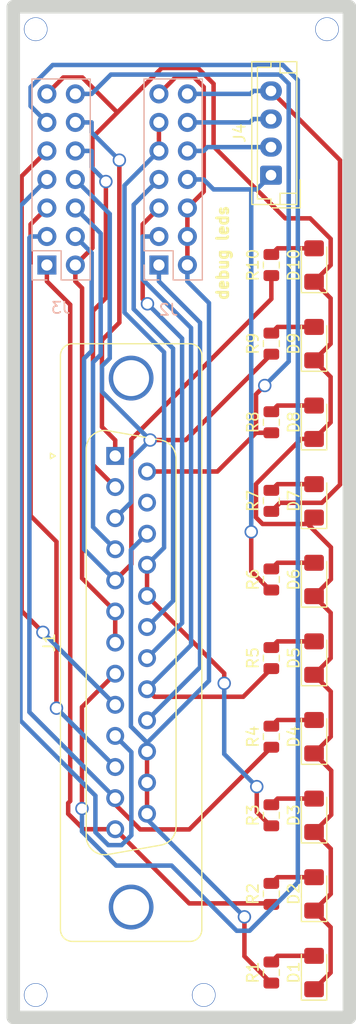
<source format=kicad_pcb>
(kicad_pcb (version 20171130) (host pcbnew 5.1.6-c6e7f7d~87~ubuntu20.04.1)

  (general
    (thickness 1.6)
    (drawings 7)
    (tracks 272)
    (zones 0)
    (modules 24)
    (nets 35)
  )

  (page A4)
  (layers
    (0 F.Cu signal)
    (31 B.Cu signal)
    (32 B.Adhes user)
    (33 F.Adhes user)
    (34 B.Paste user)
    (35 F.Paste user)
    (36 B.SilkS user)
    (37 F.SilkS user)
    (38 B.Mask user)
    (39 F.Mask user)
    (40 Dwgs.User user)
    (41 Cmts.User user)
    (42 Eco1.User user)
    (43 Eco2.User user)
    (44 Edge.Cuts user)
    (45 Margin user)
    (46 B.CrtYd user)
    (47 F.CrtYd user)
    (48 B.Fab user)
    (49 F.Fab user)
  )

  (setup
    (last_trace_width 0.4)
    (trace_clearance 0.4)
    (zone_clearance 0.508)
    (zone_45_only no)
    (trace_min 0.2)
    (via_size 1.2)
    (via_drill 0.9)
    (via_min_size 0.4)
    (via_min_drill 0.3)
    (uvia_size 0.3)
    (uvia_drill 0.1)
    (uvias_allowed no)
    (uvia_min_size 0.2)
    (uvia_min_drill 0.1)
    (edge_width 0.05)
    (segment_width 0.2)
    (pcb_text_width 0.3)
    (pcb_text_size 1.5 1.5)
    (mod_edge_width 0.12)
    (mod_text_size 1 1)
    (mod_text_width 0.15)
    (pad_size 4 4)
    (pad_drill 3.2)
    (pad_to_mask_clearance 0.05)
    (aux_axis_origin 133.92912 117.62232)
    (visible_elements FFFFFF7F)
    (pcbplotparams
      (layerselection 0x01000_ffffffff)
      (usegerberextensions false)
      (usegerberattributes true)
      (usegerberadvancedattributes true)
      (creategerberjobfile true)
      (excludeedgelayer true)
      (linewidth 0.100000)
      (plotframeref false)
      (viasonmask false)
      (mode 1)
      (useauxorigin true)
      (hpglpennumber 1)
      (hpglpenspeed 20)
      (hpglpendiameter 15.000000)
      (psnegative false)
      (psa4output false)
      (plotreference true)
      (plotvalue true)
      (plotinvisibletext false)
      (padsonsilk false)
      (subtractmaskfromsilk false)
      (outputformat 1)
      (mirror false)
      (drillshape 0)
      (scaleselection 1)
      (outputdirectory "gerbers/"))
  )

  (net 0 "")
  (net 1 "Net-(D3-Pad2)")
  (net 2 "Net-(D1-Pad2)")
  (net 3 GND)
  (net 4 "Net-(D2-Pad2)")
  (net 5 "Net-(D4-Pad2)")
  (net 6 "Net-(D5-Pad2)")
  (net 7 "Net-(D6-Pad2)")
  (net 8 "Net-(D7-Pad2)")
  (net 9 "Net-(D8-Pad2)")
  (net 10 "Net-(D9-Pad2)")
  (net 11 "Net-(D10-Pad2)")
  (net 12 1)
  (net 13 2)
  (net 14 3)
  (net 15 4)
  (net 16 5)
  (net 17 8)
  (net 18 9)
  (net 19 10)
  (net 20 11)
  (net 21 12)
  (net 22 13)
  (net 23 14)
  (net 24 15)
  (net 25 +12V)
  (net 26 +3V3)
  (net 27 19)
  (net 28 20)
  (net 29 21)
  (net 30 22)
  (net 31 M1)
  (net 32 M2)
  (net 33 M3)
  (net 34 M4)

  (net_class Default "This is the default net class."
    (clearance 0.4)
    (trace_width 0.4)
    (via_dia 1.2)
    (via_drill 0.9)
    (uvia_dia 0.3)
    (uvia_drill 0.1)
    (add_net 1)
    (add_net 10)
    (add_net 11)
    (add_net 12)
    (add_net 13)
    (add_net 14)
    (add_net 15)
    (add_net 19)
    (add_net 2)
    (add_net 20)
    (add_net 21)
    (add_net 22)
    (add_net 3)
    (add_net 4)
    (add_net 5)
    (add_net 8)
    (add_net 9)
    (add_net M1)
    (add_net M2)
    (add_net M3)
    (add_net M4)
    (add_net "Net-(D1-Pad2)")
    (add_net "Net-(D10-Pad2)")
    (add_net "Net-(D2-Pad2)")
    (add_net "Net-(D3-Pad2)")
    (add_net "Net-(D4-Pad2)")
    (add_net "Net-(D5-Pad2)")
    (add_net "Net-(D6-Pad2)")
    (add_net "Net-(D7-Pad2)")
    (add_net "Net-(D8-Pad2)")
    (add_net "Net-(D9-Pad2)")
  )

  (net_class 12V ""
    (clearance 0.4)
    (trace_width 0.4)
    (via_dia 1.2)
    (via_drill 0.9)
    (uvia_dia 0.3)
    (uvia_drill 0.1)
    (add_net +12V)
  )

  (net_class 3.3V ""
    (clearance 0.4)
    (trace_width 0.4)
    (via_dia 1.2)
    (via_drill 0.9)
    (uvia_dia 0.3)
    (uvia_drill 0.1)
    (add_net +3V3)
  )

  (net_class GND ""
    (clearance 0.4)
    (trace_width 0.4)
    (via_dia 1.2)
    (via_drill 0.9)
    (uvia_dia 0.3)
    (uvia_drill 0.1)
    (add_net GND)
  )

  (module Connector_Dsub:DSUB-25_Female_Vertical_P2.77x2.84mm_MountingHoles (layer F.Cu) (tedit 629DD61E) (tstamp 627807F2)
    (at 142.9868 67.60048 90)
    (descr "25-pin D-Sub connector, straight/vertical, THT-mount, female, pitch 2.77x2.84mm, distance of mounting holes 47.1mm, see https://disti-assets.s3.amazonaws.com/tonar/files/datasheets/16730.pdf")
    (tags "25-pin D-Sub connector straight vertical THT female pitch 2.77x2.84mm mounting holes distance 47.1mm")
    (path /6277AA22)
    (fp_text reference J1 (at -16.62 -5.89 90) (layer F.SilkS)
      (effects (font (size 1 1) (thickness 0.15)))
    )
    (fp_text value DB25_Female (at -16.62 8.73 90) (layer F.Fab)
      (effects (font (size 1 1) (thickness 0.15)))
    )
    (fp_line (start 10.45 -5.35) (end -43.7 -5.35) (layer F.CrtYd) (width 0.05))
    (fp_line (start 10.45 8.2) (end 10.45 -5.35) (layer F.CrtYd) (width 0.05))
    (fp_line (start -43.7 8.2) (end 10.45 8.2) (layer F.CrtYd) (width 0.05))
    (fp_line (start -43.7 -5.35) (end -43.7 8.2) (layer F.CrtYd) (width 0.05))
    (fp_line (start -35.48647 -0.641744) (end -34.657733 4.058256) (layer F.SilkS) (width 0.12))
    (fp_line (start 2.24647 -0.641744) (end 1.417733 4.058256) (layer F.SilkS) (width 0.12))
    (fp_line (start -33.022952 5.43) (end -0.217048 5.43) (layer F.SilkS) (width 0.12))
    (fp_line (start -33.851689 -2.59) (end 0.611689 -2.59) (layer F.SilkS) (width 0.12))
    (fp_line (start -35.438887 -0.652163) (end -34.61015 4.047837) (layer F.Fab) (width 0.1))
    (fp_line (start 2.198887 -0.652163) (end 1.37015 4.047837) (layer F.Fab) (width 0.1))
    (fp_line (start -33.034457 5.37) (end -0.205543 5.37) (layer F.Fab) (width 0.1))
    (fp_line (start -33.863194 -2.53) (end 0.623194 -2.53) (layer F.Fab) (width 0.1))
    (fp_line (start 0 -5.351325) (end -0.25 -5.784338) (layer F.SilkS) (width 0.12))
    (fp_line (start 0.25 -5.784338) (end 0 -5.351325) (layer F.SilkS) (width 0.12))
    (fp_line (start -0.25 -5.784338) (end 0.25 -5.784338) (layer F.SilkS) (width 0.12))
    (fp_line (start -43.23 6.67) (end -43.23 -3.83) (layer F.SilkS) (width 0.12))
    (fp_line (start 8.93 7.73) (end -42.17 7.73) (layer F.SilkS) (width 0.12))
    (fp_line (start 9.99 -3.83) (end 9.99 6.67) (layer F.SilkS) (width 0.12))
    (fp_line (start -42.17 -4.89) (end 8.93 -4.89) (layer F.SilkS) (width 0.12))
    (fp_line (start -43.17 6.67) (end -43.17 -3.83) (layer F.Fab) (width 0.1))
    (fp_line (start 8.93 7.67) (end -42.17 7.67) (layer F.Fab) (width 0.1))
    (fp_line (start 9.93 -3.83) (end 9.93 6.67) (layer F.Fab) (width 0.1))
    (fp_line (start -42.17 -4.83) (end 8.93 -4.83) (layer F.Fab) (width 0.1))
    (fp_arc (start -42.17 -3.83) (end -43.17 -3.83) (angle 90) (layer F.Fab) (width 0.1))
    (fp_arc (start 8.93 -3.83) (end 8.93 -4.83) (angle 90) (layer F.Fab) (width 0.1))
    (fp_arc (start -42.17 6.67) (end -43.17 6.67) (angle -90) (layer F.Fab) (width 0.1))
    (fp_arc (start 8.93 6.67) (end 9.93 6.67) (angle 90) (layer F.Fab) (width 0.1))
    (fp_arc (start -42.17 -3.83) (end -43.23 -3.83) (angle 90) (layer F.SilkS) (width 0.12))
    (fp_arc (start 8.93 -3.83) (end 8.93 -4.89) (angle 90) (layer F.SilkS) (width 0.12))
    (fp_arc (start -42.17 6.67) (end -43.23 6.67) (angle -90) (layer F.SilkS) (width 0.12))
    (fp_arc (start 8.93 6.67) (end 9.99 6.67) (angle 90) (layer F.SilkS) (width 0.12))
    (fp_arc (start -33.863194 -0.93) (end -33.863194 -2.53) (angle -100) (layer F.Fab) (width 0.1))
    (fp_arc (start 0.623194 -0.93) (end 0.623194 -2.53) (angle 100) (layer F.Fab) (width 0.1))
    (fp_arc (start -33.034457 3.77) (end -33.034457 5.37) (angle 80) (layer F.Fab) (width 0.1))
    (fp_arc (start -0.205543 3.77) (end -0.205543 5.37) (angle -80) (layer F.Fab) (width 0.1))
    (fp_arc (start -33.851689 -0.93) (end -33.851689 -2.59) (angle -100) (layer F.SilkS) (width 0.12))
    (fp_arc (start 0.611689 -0.93) (end 0.611689 -2.59) (angle 100) (layer F.SilkS) (width 0.12))
    (fp_arc (start -33.022952 3.77) (end -33.022952 5.43) (angle 80) (layer F.SilkS) (width 0.12))
    (fp_arc (start -0.217048 3.77) (end -0.217048 5.43) (angle -80) (layer F.SilkS) (width 0.12))
    (fp_text user %R (at -16.62 1.42 90) (layer F.Fab)
      (effects (font (size 1 1) (thickness 0.15)))
    )
    (pad 1 thru_hole rect (at 0 0 90) (size 1.6 1.6) (drill 1) (layers *.Cu *.Mask)
      (net 12 1))
    (pad 2 thru_hole circle (at -2.77 0 90) (size 1.6 1.6) (drill 1) (layers *.Cu *.Mask)
      (net 13 2))
    (pad 3 thru_hole circle (at -5.54 0 90) (size 1.6 1.6) (drill 1) (layers *.Cu *.Mask)
      (net 14 3))
    (pad 4 thru_hole circle (at -8.31 0 90) (size 1.6 1.6) (drill 1) (layers *.Cu *.Mask)
      (net 15 4))
    (pad 5 thru_hole circle (at -11.08 0 90) (size 1.6 1.6) (drill 1) (layers *.Cu *.Mask)
      (net 16 5))
    (pad 6 thru_hole circle (at -13.85 0 90) (size 1.6 1.6) (drill 1) (layers *.Cu *.Mask)
      (net 3 GND))
    (pad 7 thru_hole circle (at -16.62 0 90) (size 1.6 1.6) (drill 1) (layers *.Cu *.Mask)
      (net 3 GND))
    (pad 8 thru_hole circle (at -19.39 0 90) (size 1.6 1.6) (drill 1) (layers *.Cu *.Mask)
      (net 17 8))
    (pad 9 thru_hole circle (at -22.16 0 90) (size 1.6 1.6) (drill 1) (layers *.Cu *.Mask)
      (net 18 9))
    (pad 10 thru_hole circle (at -24.93 0 90) (size 1.6 1.6) (drill 1) (layers *.Cu *.Mask)
      (net 19 10))
    (pad 11 thru_hole circle (at -27.7 0 90) (size 1.6 1.6) (drill 1) (layers *.Cu *.Mask)
      (net 20 11))
    (pad 12 thru_hole circle (at -30.47 0 90) (size 1.6 1.6) (drill 1) (layers *.Cu *.Mask)
      (net 21 12))
    (pad 13 thru_hole circle (at -33.24 0 90) (size 1.6 1.6) (drill 1) (layers *.Cu *.Mask)
      (net 22 13))
    (pad 14 thru_hole circle (at -1.385 2.84 90) (size 1.6 1.6) (drill 1) (layers *.Cu *.Mask)
      (net 23 14))
    (pad 15 thru_hole circle (at -4.155 2.84 90) (size 1.6 1.6) (drill 1) (layers *.Cu *.Mask)
      (net 24 15))
    (pad 16 thru_hole circle (at -6.925 2.84 90) (size 1.6 1.6) (drill 1) (layers *.Cu *.Mask)
      (net 25 +12V))
    (pad 17 thru_hole circle (at -9.695 2.84 90) (size 1.6 1.6) (drill 1) (layers *.Cu *.Mask)
      (net 26 +3V3))
    (pad 18 thru_hole circle (at -12.465 2.84 90) (size 1.6 1.6) (drill 1) (layers *.Cu *.Mask)
      (net 26 +3V3))
    (pad 19 thru_hole circle (at -15.235 2.84 90) (size 1.6 1.6) (drill 1) (layers *.Cu *.Mask)
      (net 27 19))
    (pad 20 thru_hole circle (at -18.005 2.84 90) (size 1.6 1.6) (drill 1) (layers *.Cu *.Mask)
      (net 28 20))
    (pad 21 thru_hole circle (at -20.775 2.84 90) (size 1.6 1.6) (drill 1) (layers *.Cu *.Mask)
      (net 29 21))
    (pad 22 thru_hole circle (at -23.545 2.84 90) (size 1.6 1.6) (drill 1) (layers *.Cu *.Mask)
      (net 30 22))
    (pad 23 thru_hole circle (at -26.315 2.84 90) (size 1.6 1.6) (drill 1) (layers *.Cu *.Mask)
      (net 25 +12V))
    (pad 24 thru_hole circle (at -29.085 2.84 90) (size 1.6 1.6) (drill 1) (layers *.Cu *.Mask)
      (net 25 +12V))
    (pad 25 thru_hole circle (at -31.855 2.84 90) (size 1.6 1.6) (drill 1) (layers *.Cu *.Mask)
      (net 25 +12V))
    (pad 0 thru_hole circle (at -40.17 1.42 90) (size 4 4) (drill 3.2) (layers *.Cu *.Mask))
    (pad 0 thru_hole circle (at 6.93 1.42 90) (size 4 4) (drill 3.2) (layers *.Cu *.Mask))
    (model ${KISYS3DMOD}/Connector_Dsub.3dshapes/DSUB-25_Female_Vertical_P2.77x2.84mm_MountingHoles.wrl
      (at (xyz 0 0 0))
      (scale (xyz 1 1 1))
      (rotate (xyz 0 0 0))
    )
  )

  (module Connector_PinHeader_2.54mm:PinHeader_2x07_P2.54mm_Vertical (layer B.Cu) (tedit 59FED5CC) (tstamp 62780816)
    (at 146.8886 50.60048)
    (descr "Through hole straight pin header, 2x07, 2.54mm pitch, double rows")
    (tags "Through hole pin header THT 2x07 2.54mm double row")
    (path /6277BC4D)
    (fp_text reference J2 (at 0.85344 3.98272 180) (layer B.SilkS)
      (effects (font (size 1 1) (thickness 0.15)) (justify mirror))
    )
    (fp_text value Conn_02x07_Odd_Even (at -2.90576 -7.65556 -90) (layer B.Fab)
      (effects (font (size 1 1) (thickness 0.15)) (justify mirror))
    )
    (fp_line (start 4.35 1.8) (end -1.8 1.8) (layer B.CrtYd) (width 0.05))
    (fp_line (start 4.35 -17.05) (end 4.35 1.8) (layer B.CrtYd) (width 0.05))
    (fp_line (start -1.8 -17.05) (end 4.35 -17.05) (layer B.CrtYd) (width 0.05))
    (fp_line (start -1.8 1.8) (end -1.8 -17.05) (layer B.CrtYd) (width 0.05))
    (fp_line (start -1.33 1.33) (end 0 1.33) (layer B.SilkS) (width 0.12))
    (fp_line (start -1.33 0) (end -1.33 1.33) (layer B.SilkS) (width 0.12))
    (fp_line (start 1.27 1.33) (end 3.87 1.33) (layer B.SilkS) (width 0.12))
    (fp_line (start 1.27 -1.27) (end 1.27 1.33) (layer B.SilkS) (width 0.12))
    (fp_line (start -1.33 -1.27) (end 1.27 -1.27) (layer B.SilkS) (width 0.12))
    (fp_line (start 3.87 1.33) (end 3.87 -16.57) (layer B.SilkS) (width 0.12))
    (fp_line (start -1.33 -1.27) (end -1.33 -16.57) (layer B.SilkS) (width 0.12))
    (fp_line (start -1.33 -16.57) (end 3.87 -16.57) (layer B.SilkS) (width 0.12))
    (fp_line (start -1.27 0) (end 0 1.27) (layer B.Fab) (width 0.1))
    (fp_line (start -1.27 -16.51) (end -1.27 0) (layer B.Fab) (width 0.1))
    (fp_line (start 3.81 -16.51) (end -1.27 -16.51) (layer B.Fab) (width 0.1))
    (fp_line (start 3.81 1.27) (end 3.81 -16.51) (layer B.Fab) (width 0.1))
    (fp_line (start 0 1.27) (end 3.81 1.27) (layer B.Fab) (width 0.1))
    (fp_text user %R (at 1.27 -7.62 -270) (layer B.Fab)
      (effects (font (size 1 1) (thickness 0.15)) (justify mirror))
    )
    (pad 1 thru_hole rect (at 0 0) (size 1.7 1.7) (drill 1) (layers *.Cu *.Mask)
      (net 30 22))
    (pad 2 thru_hole oval (at 2.54 0) (size 1.7 1.7) (drill 1) (layers *.Cu *.Mask)
      (net 25 +12V))
    (pad 3 thru_hole oval (at 0 -2.54) (size 1.7 1.7) (drill 1) (layers *.Cu *.Mask)
      (net 29 21))
    (pad 4 thru_hole oval (at 2.54 -2.54) (size 1.7 1.7) (drill 1) (layers *.Cu *.Mask)
      (net 25 +12V))
    (pad 5 thru_hole oval (at 0 -5.08) (size 1.7 1.7) (drill 1) (layers *.Cu *.Mask)
      (net 28 20))
    (pad 6 thru_hole oval (at 2.54 -5.08) (size 1.7 1.7) (drill 1) (layers *.Cu *.Mask)
      (net 25 +12V))
    (pad 7 thru_hole oval (at 0 -7.62) (size 1.7 1.7) (drill 1) (layers *.Cu *.Mask)
      (net 27 19))
    (pad 8 thru_hole oval (at 2.54 -7.62) (size 1.7 1.7) (drill 1) (layers *.Cu *.Mask)
      (net 31 M1))
    (pad 9 thru_hole oval (at 0 -10.16) (size 1.7 1.7) (drill 1) (layers *.Cu *.Mask)
      (net 26 +3V3))
    (pad 10 thru_hole oval (at 2.54 -10.16) (size 1.7 1.7) (drill 1) (layers *.Cu *.Mask)
      (net 32 M2))
    (pad 11 thru_hole oval (at 0 -12.7) (size 1.7 1.7) (drill 1) (layers *.Cu *.Mask)
      (net 26 +3V3))
    (pad 12 thru_hole oval (at 2.54 -12.7) (size 1.7 1.7) (drill 1) (layers *.Cu *.Mask)
      (net 33 M3))
    (pad 13 thru_hole oval (at 0 -15.24) (size 1.7 1.7) (drill 1) (layers *.Cu *.Mask)
      (net 25 +12V))
    (pad 14 thru_hole oval (at 2.54 -15.24) (size 1.7 1.7) (drill 1) (layers *.Cu *.Mask)
      (net 34 M4))
    (model ${KISYS3DMOD}/Connector_PinHeader_2.54mm.3dshapes/PinHeader_2x07_P2.54mm_Vertical.wrl
      (at (xyz 0 0 0))
      (scale (xyz 1 1 1))
      (rotate (xyz 0 0 0))
    )
  )

  (module Connector_PinHeader_2.54mm:PinHeader_2x07_P2.54mm_Vertical (layer B.Cu) (tedit 59FED5CC) (tstamp 6278083A)
    (at 136.8886 50.60048)
    (descr "Through hole straight pin header, 2x07, 2.54mm pitch, double rows")
    (tags "Through hole pin header THT 2x07 2.54mm double row")
    (path /6277CF22)
    (fp_text reference J3 (at 1.23444 3.81 180) (layer B.SilkS)
      (effects (font (size 1 1) (thickness 0.15)) (justify mirror))
    )
    (fp_text value Conn_02x07_Odd_Even (at -3.33756 -6.86308 -90) (layer B.Fab)
      (effects (font (size 1 1) (thickness 0.15)) (justify mirror))
    )
    (fp_line (start 0 1.27) (end 3.81 1.27) (layer B.Fab) (width 0.1))
    (fp_line (start 3.81 1.27) (end 3.81 -16.51) (layer B.Fab) (width 0.1))
    (fp_line (start 3.81 -16.51) (end -1.27 -16.51) (layer B.Fab) (width 0.1))
    (fp_line (start -1.27 -16.51) (end -1.27 0) (layer B.Fab) (width 0.1))
    (fp_line (start -1.27 0) (end 0 1.27) (layer B.Fab) (width 0.1))
    (fp_line (start -1.33 -16.57) (end 3.87 -16.57) (layer B.SilkS) (width 0.12))
    (fp_line (start -1.33 -1.27) (end -1.33 -16.57) (layer B.SilkS) (width 0.12))
    (fp_line (start 3.87 1.33) (end 3.87 -16.57) (layer B.SilkS) (width 0.12))
    (fp_line (start -1.33 -1.27) (end 1.27 -1.27) (layer B.SilkS) (width 0.12))
    (fp_line (start 1.27 -1.27) (end 1.27 1.33) (layer B.SilkS) (width 0.12))
    (fp_line (start 1.27 1.33) (end 3.87 1.33) (layer B.SilkS) (width 0.12))
    (fp_line (start -1.33 0) (end -1.33 1.33) (layer B.SilkS) (width 0.12))
    (fp_line (start -1.33 1.33) (end 0 1.33) (layer B.SilkS) (width 0.12))
    (fp_line (start -1.8 1.8) (end -1.8 -17.05) (layer B.CrtYd) (width 0.05))
    (fp_line (start -1.8 -17.05) (end 4.35 -17.05) (layer B.CrtYd) (width 0.05))
    (fp_line (start 4.35 -17.05) (end 4.35 1.8) (layer B.CrtYd) (width 0.05))
    (fp_line (start 4.35 1.8) (end -1.8 1.8) (layer B.CrtYd) (width 0.05))
    (fp_text user %R (at 1.27 -7.62 -270) (layer B.Fab)
      (effects (font (size 1 1) (thickness 0.15)) (justify mirror))
    )
    (pad 14 thru_hole oval (at 2.54 -15.24) (size 1.7 1.7) (drill 1) (layers *.Cu *.Mask)
      (net 23 14))
    (pad 13 thru_hole oval (at 0 -15.24) (size 1.7 1.7) (drill 1) (layers *.Cu *.Mask)
      (net 3 GND))
    (pad 12 thru_hole oval (at 2.54 -12.7) (size 1.7 1.7) (drill 1) (layers *.Cu *.Mask)
      (net 12 1))
    (pad 11 thru_hole oval (at 0 -12.7) (size 1.7 1.7) (drill 1) (layers *.Cu *.Mask)
      (net 17 8))
    (pad 10 thru_hole oval (at 2.54 -10.16) (size 1.7 1.7) (drill 1) (layers *.Cu *.Mask)
      (net 13 2))
    (pad 9 thru_hole oval (at 0 -10.16) (size 1.7 1.7) (drill 1) (layers *.Cu *.Mask)
      (net 18 9))
    (pad 8 thru_hole oval (at 2.54 -7.62) (size 1.7 1.7) (drill 1) (layers *.Cu *.Mask)
      (net 14 3))
    (pad 7 thru_hole oval (at 0 -7.62) (size 1.7 1.7) (drill 1) (layers *.Cu *.Mask)
      (net 19 10))
    (pad 6 thru_hole oval (at 2.54 -5.08) (size 1.7 1.7) (drill 1) (layers *.Cu *.Mask)
      (net 15 4))
    (pad 5 thru_hole oval (at 0 -5.08) (size 1.7 1.7) (drill 1) (layers *.Cu *.Mask)
      (net 20 11))
    (pad 4 thru_hole oval (at 2.54 -2.54) (size 1.7 1.7) (drill 1) (layers *.Cu *.Mask)
      (net 16 5))
    (pad 3 thru_hole oval (at 0 -2.54) (size 1.7 1.7) (drill 1) (layers *.Cu *.Mask)
      (net 21 12))
    (pad 2 thru_hole oval (at 2.54 0) (size 1.7 1.7) (drill 1) (layers *.Cu *.Mask)
      (net 3 GND))
    (pad 1 thru_hole rect (at 0 0) (size 1.7 1.7) (drill 1) (layers *.Cu *.Mask)
      (net 22 13))
    (model ${KISYS3DMOD}/Connector_PinHeader_2.54mm.3dshapes/PinHeader_2x07_P2.54mm_Vertical.wrl
      (at (xyz 0 0 0))
      (scale (xyz 1 1 1))
      (rotate (xyz 0 0 0))
    )
  )

  (module Connector_JST:JST_EH_B4B-EH-A_1x04_P2.50mm_Vertical (layer F.Cu) (tedit 5C28142C) (tstamp 62780C6B)
    (at 156.8886 42.60048 90)
    (descr "JST EH series connector, B4B-EH-A (http://www.jst-mfg.com/product/pdf/eng/eEH.pdf), generated with kicad-footprint-generator")
    (tags "connector JST EH vertical")
    (path /62790653)
    (fp_text reference J4 (at 3.75 -2.8 90) (layer F.SilkS)
      (effects (font (size 1 1) (thickness 0.15)))
    )
    (fp_text value Conn_01x04_Female (at 3.75 3.4 90) (layer F.Fab)
      (effects (font (size 1 1) (thickness 0.15)))
    )
    (fp_line (start -2.91 2.61) (end -0.41 2.61) (layer F.Fab) (width 0.1))
    (fp_line (start -2.91 0.11) (end -2.91 2.61) (layer F.Fab) (width 0.1))
    (fp_line (start -2.91 2.61) (end -0.41 2.61) (layer F.SilkS) (width 0.12))
    (fp_line (start -2.91 0.11) (end -2.91 2.61) (layer F.SilkS) (width 0.12))
    (fp_line (start 9.11 0.81) (end 9.11 2.31) (layer F.SilkS) (width 0.12))
    (fp_line (start 10.11 0.81) (end 9.11 0.81) (layer F.SilkS) (width 0.12))
    (fp_line (start -1.61 0.81) (end -1.61 2.31) (layer F.SilkS) (width 0.12))
    (fp_line (start -2.61 0.81) (end -1.61 0.81) (layer F.SilkS) (width 0.12))
    (fp_line (start 9.61 0) (end 10.11 0) (layer F.SilkS) (width 0.12))
    (fp_line (start 9.61 -1.21) (end 9.61 0) (layer F.SilkS) (width 0.12))
    (fp_line (start -2.11 -1.21) (end 9.61 -1.21) (layer F.SilkS) (width 0.12))
    (fp_line (start -2.11 0) (end -2.11 -1.21) (layer F.SilkS) (width 0.12))
    (fp_line (start -2.61 0) (end -2.11 0) (layer F.SilkS) (width 0.12))
    (fp_line (start 10.11 -1.71) (end -2.61 -1.71) (layer F.SilkS) (width 0.12))
    (fp_line (start 10.11 2.31) (end 10.11 -1.71) (layer F.SilkS) (width 0.12))
    (fp_line (start -2.61 2.31) (end 10.11 2.31) (layer F.SilkS) (width 0.12))
    (fp_line (start -2.61 -1.71) (end -2.61 2.31) (layer F.SilkS) (width 0.12))
    (fp_line (start 10.5 -2.1) (end -3 -2.1) (layer F.CrtYd) (width 0.05))
    (fp_line (start 10.5 2.7) (end 10.5 -2.1) (layer F.CrtYd) (width 0.05))
    (fp_line (start -3 2.7) (end 10.5 2.7) (layer F.CrtYd) (width 0.05))
    (fp_line (start -3 -2.1) (end -3 2.7) (layer F.CrtYd) (width 0.05))
    (fp_line (start 10 -1.6) (end -2.5 -1.6) (layer F.Fab) (width 0.1))
    (fp_line (start 10 2.2) (end 10 -1.6) (layer F.Fab) (width 0.1))
    (fp_line (start -2.5 2.2) (end 10 2.2) (layer F.Fab) (width 0.1))
    (fp_line (start -2.5 -1.6) (end -2.5 2.2) (layer F.Fab) (width 0.1))
    (fp_text user %R (at 3.75 1.5 90) (layer F.Fab)
      (effects (font (size 1 1) (thickness 0.15)))
    )
    (pad 1 thru_hole roundrect (at 0 0 90) (size 1.7 1.95) (drill 0.95) (layers *.Cu *.Mask) (roundrect_rratio 0.147059)
      (net 31 M1))
    (pad 2 thru_hole oval (at 2.5 0 90) (size 1.7 1.95) (drill 0.95) (layers *.Cu *.Mask)
      (net 32 M2))
    (pad 3 thru_hole oval (at 5 0 90) (size 1.7 1.95) (drill 0.95) (layers *.Cu *.Mask)
      (net 33 M3))
    (pad 4 thru_hole oval (at 7.5 0 90) (size 1.7 1.95) (drill 0.95) (layers *.Cu *.Mask)
      (net 34 M4))
    (model ${KISYS3DMOD}/Connector_JST.3dshapes/JST_EH_B4B-EH-A_1x04_P2.50mm_Vertical.wrl
      (at (xyz 0 0 0))
      (scale (xyz 1 1 1))
      (rotate (xyz 0 0 0))
    )
  )

  (module LED_SMD:LED_1206_3216Metric_Pad1.42x1.75mm_HandSolder (layer F.Cu) (tedit 5B4B45C9) (tstamp 629D637B)
    (at 160.7363 113.60048 90)
    (descr "LED SMD 1206 (3216 Metric), square (rectangular) end terminal, IPC_7351 nominal, (Body size source: http://www.tortai-tech.com/upload/download/2011102023233369053.pdf), generated with kicad-footprint-generator")
    (tags "LED handsolder")
    (path /629E7115)
    (attr smd)
    (fp_text reference D1 (at 0 -1.82 90) (layer F.SilkS)
      (effects (font (size 1 1) (thickness 0.15)))
    )
    (fp_text value LED (at 0 1.82 90) (layer F.Fab)
      (effects (font (size 1 1) (thickness 0.15)))
    )
    (fp_line (start 2.45 1.12) (end -2.45 1.12) (layer F.CrtYd) (width 0.05))
    (fp_line (start 2.45 -1.12) (end 2.45 1.12) (layer F.CrtYd) (width 0.05))
    (fp_line (start -2.45 -1.12) (end 2.45 -1.12) (layer F.CrtYd) (width 0.05))
    (fp_line (start -2.45 1.12) (end -2.45 -1.12) (layer F.CrtYd) (width 0.05))
    (fp_line (start -2.46 1.135) (end 1.6 1.135) (layer F.SilkS) (width 0.12))
    (fp_line (start -2.46 -1.135) (end -2.46 1.135) (layer F.SilkS) (width 0.12))
    (fp_line (start 1.6 -1.135) (end -2.46 -1.135) (layer F.SilkS) (width 0.12))
    (fp_line (start 1.6 0.8) (end 1.6 -0.8) (layer F.Fab) (width 0.1))
    (fp_line (start -1.6 0.8) (end 1.6 0.8) (layer F.Fab) (width 0.1))
    (fp_line (start -1.6 -0.4) (end -1.6 0.8) (layer F.Fab) (width 0.1))
    (fp_line (start -1.2 -0.8) (end -1.6 -0.4) (layer F.Fab) (width 0.1))
    (fp_line (start 1.6 -0.8) (end -1.2 -0.8) (layer F.Fab) (width 0.1))
    (fp_text user %R (at 0 0 90) (layer F.Fab)
      (effects (font (size 0.8 0.8) (thickness 0.12)))
    )
    (pad 2 smd roundrect (at 1.4875 0 90) (size 1.425 1.75) (layers F.Cu F.Paste F.Mask) (roundrect_rratio 0.175439)
      (net 2 "Net-(D1-Pad2)"))
    (pad 1 smd roundrect (at -1.4875 0 90) (size 1.425 1.75) (layers F.Cu F.Paste F.Mask) (roundrect_rratio 0.175439)
      (net 3 GND))
    (model ${KISYS3DMOD}/LED_SMD.3dshapes/LED_1206_3216Metric.wrl
      (at (xyz 0 0 0))
      (scale (xyz 1 1 1))
      (rotate (xyz 0 0 0))
    )
  )

  (module LED_SMD:LED_1206_3216Metric_Pad1.42x1.75mm_HandSolder (layer F.Cu) (tedit 5B4B45C9) (tstamp 629D638E)
    (at 160.7363 106.60048 90)
    (descr "LED SMD 1206 (3216 Metric), square (rectangular) end terminal, IPC_7351 nominal, (Body size source: http://www.tortai-tech.com/upload/download/2011102023233369053.pdf), generated with kicad-footprint-generator")
    (tags "LED handsolder")
    (path /629EBE59)
    (attr smd)
    (fp_text reference D2 (at 0 -1.82 90) (layer F.SilkS)
      (effects (font (size 1 1) (thickness 0.15)))
    )
    (fp_text value LED (at 0 1.82 90) (layer F.Fab)
      (effects (font (size 1 1) (thickness 0.15)))
    )
    (fp_line (start 2.45 1.12) (end -2.45 1.12) (layer F.CrtYd) (width 0.05))
    (fp_line (start 2.45 -1.12) (end 2.45 1.12) (layer F.CrtYd) (width 0.05))
    (fp_line (start -2.45 -1.12) (end 2.45 -1.12) (layer F.CrtYd) (width 0.05))
    (fp_line (start -2.45 1.12) (end -2.45 -1.12) (layer F.CrtYd) (width 0.05))
    (fp_line (start -2.46 1.135) (end 1.6 1.135) (layer F.SilkS) (width 0.12))
    (fp_line (start -2.46 -1.135) (end -2.46 1.135) (layer F.SilkS) (width 0.12))
    (fp_line (start 1.6 -1.135) (end -2.46 -1.135) (layer F.SilkS) (width 0.12))
    (fp_line (start 1.6 0.8) (end 1.6 -0.8) (layer F.Fab) (width 0.1))
    (fp_line (start -1.6 0.8) (end 1.6 0.8) (layer F.Fab) (width 0.1))
    (fp_line (start -1.6 -0.4) (end -1.6 0.8) (layer F.Fab) (width 0.1))
    (fp_line (start -1.2 -0.8) (end -1.6 -0.4) (layer F.Fab) (width 0.1))
    (fp_line (start 1.6 -0.8) (end -1.2 -0.8) (layer F.Fab) (width 0.1))
    (fp_text user %R (at 0 0 90) (layer F.Fab)
      (effects (font (size 0.8 0.8) (thickness 0.12)))
    )
    (pad 2 smd roundrect (at 1.4875 0 90) (size 1.425 1.75) (layers F.Cu F.Paste F.Mask) (roundrect_rratio 0.175439)
      (net 4 "Net-(D2-Pad2)"))
    (pad 1 smd roundrect (at -1.4875 0 90) (size 1.425 1.75) (layers F.Cu F.Paste F.Mask) (roundrect_rratio 0.175439)
      (net 3 GND))
    (model ${KISYS3DMOD}/LED_SMD.3dshapes/LED_1206_3216Metric.wrl
      (at (xyz 0 0 0))
      (scale (xyz 1 1 1))
      (rotate (xyz 0 0 0))
    )
  )

  (module LED_SMD:LED_1206_3216Metric_Pad1.42x1.75mm_HandSolder (layer F.Cu) (tedit 5B4B45C9) (tstamp 629D63A1)
    (at 160.7363 99.60048 90)
    (descr "LED SMD 1206 (3216 Metric), square (rectangular) end terminal, IPC_7351 nominal, (Body size source: http://www.tortai-tech.com/upload/download/2011102023233369053.pdf), generated with kicad-footprint-generator")
    (tags "LED handsolder")
    (path /6277DE50)
    (attr smd)
    (fp_text reference D3 (at 0 -1.82 90) (layer F.SilkS)
      (effects (font (size 1 1) (thickness 0.15)))
    )
    (fp_text value LED (at 0 1.82 90) (layer F.Fab)
      (effects (font (size 1 1) (thickness 0.15)))
    )
    (fp_line (start 2.45 1.12) (end -2.45 1.12) (layer F.CrtYd) (width 0.05))
    (fp_line (start 2.45 -1.12) (end 2.45 1.12) (layer F.CrtYd) (width 0.05))
    (fp_line (start -2.45 -1.12) (end 2.45 -1.12) (layer F.CrtYd) (width 0.05))
    (fp_line (start -2.45 1.12) (end -2.45 -1.12) (layer F.CrtYd) (width 0.05))
    (fp_line (start -2.46 1.135) (end 1.6 1.135) (layer F.SilkS) (width 0.12))
    (fp_line (start -2.46 -1.135) (end -2.46 1.135) (layer F.SilkS) (width 0.12))
    (fp_line (start 1.6 -1.135) (end -2.46 -1.135) (layer F.SilkS) (width 0.12))
    (fp_line (start 1.6 0.8) (end 1.6 -0.8) (layer F.Fab) (width 0.1))
    (fp_line (start -1.6 0.8) (end 1.6 0.8) (layer F.Fab) (width 0.1))
    (fp_line (start -1.6 -0.4) (end -1.6 0.8) (layer F.Fab) (width 0.1))
    (fp_line (start -1.2 -0.8) (end -1.6 -0.4) (layer F.Fab) (width 0.1))
    (fp_line (start 1.6 -0.8) (end -1.2 -0.8) (layer F.Fab) (width 0.1))
    (fp_text user %R (at 0 0 90) (layer F.Fab)
      (effects (font (size 0.8 0.8) (thickness 0.12)))
    )
    (pad 2 smd roundrect (at 1.4875 0 90) (size 1.425 1.75) (layers F.Cu F.Paste F.Mask) (roundrect_rratio 0.175439)
      (net 1 "Net-(D3-Pad2)"))
    (pad 1 smd roundrect (at -1.4875 0 90) (size 1.425 1.75) (layers F.Cu F.Paste F.Mask) (roundrect_rratio 0.175439)
      (net 3 GND))
    (model ${KISYS3DMOD}/LED_SMD.3dshapes/LED_1206_3216Metric.wrl
      (at (xyz 0 0 0))
      (scale (xyz 1 1 1))
      (rotate (xyz 0 0 0))
    )
  )

  (module LED_SMD:LED_1206_3216Metric_Pad1.42x1.75mm_HandSolder (layer F.Cu) (tedit 5B4B45C9) (tstamp 629D63B4)
    (at 160.7363 92.60048 90)
    (descr "LED SMD 1206 (3216 Metric), square (rectangular) end terminal, IPC_7351 nominal, (Body size source: http://www.tortai-tech.com/upload/download/2011102023233369053.pdf), generated with kicad-footprint-generator")
    (tags "LED handsolder")
    (path /629F055A)
    (attr smd)
    (fp_text reference D4 (at 0 -1.82 90) (layer F.SilkS)
      (effects (font (size 1 1) (thickness 0.15)))
    )
    (fp_text value LED (at 0 1.82 90) (layer F.Fab)
      (effects (font (size 1 1) (thickness 0.15)))
    )
    (fp_line (start 1.6 -0.8) (end -1.2 -0.8) (layer F.Fab) (width 0.1))
    (fp_line (start -1.2 -0.8) (end -1.6 -0.4) (layer F.Fab) (width 0.1))
    (fp_line (start -1.6 -0.4) (end -1.6 0.8) (layer F.Fab) (width 0.1))
    (fp_line (start -1.6 0.8) (end 1.6 0.8) (layer F.Fab) (width 0.1))
    (fp_line (start 1.6 0.8) (end 1.6 -0.8) (layer F.Fab) (width 0.1))
    (fp_line (start 1.6 -1.135) (end -2.46 -1.135) (layer F.SilkS) (width 0.12))
    (fp_line (start -2.46 -1.135) (end -2.46 1.135) (layer F.SilkS) (width 0.12))
    (fp_line (start -2.46 1.135) (end 1.6 1.135) (layer F.SilkS) (width 0.12))
    (fp_line (start -2.45 1.12) (end -2.45 -1.12) (layer F.CrtYd) (width 0.05))
    (fp_line (start -2.45 -1.12) (end 2.45 -1.12) (layer F.CrtYd) (width 0.05))
    (fp_line (start 2.45 -1.12) (end 2.45 1.12) (layer F.CrtYd) (width 0.05))
    (fp_line (start 2.45 1.12) (end -2.45 1.12) (layer F.CrtYd) (width 0.05))
    (fp_text user %R (at 0 0 90) (layer F.Fab)
      (effects (font (size 0.8 0.8) (thickness 0.12)))
    )
    (pad 1 smd roundrect (at -1.4875 0 90) (size 1.425 1.75) (layers F.Cu F.Paste F.Mask) (roundrect_rratio 0.175439)
      (net 3 GND))
    (pad 2 smd roundrect (at 1.4875 0 90) (size 1.425 1.75) (layers F.Cu F.Paste F.Mask) (roundrect_rratio 0.175439)
      (net 5 "Net-(D4-Pad2)"))
    (model ${KISYS3DMOD}/LED_SMD.3dshapes/LED_1206_3216Metric.wrl
      (at (xyz 0 0 0))
      (scale (xyz 1 1 1))
      (rotate (xyz 0 0 0))
    )
  )

  (module LED_SMD:LED_1206_3216Metric_Pad1.42x1.75mm_HandSolder (layer F.Cu) (tedit 5B4B45C9) (tstamp 629D63C7)
    (at 160.7363 85.60048 90)
    (descr "LED SMD 1206 (3216 Metric), square (rectangular) end terminal, IPC_7351 nominal, (Body size source: http://www.tortai-tech.com/upload/download/2011102023233369053.pdf), generated with kicad-footprint-generator")
    (tags "LED handsolder")
    (path /629F0583)
    (attr smd)
    (fp_text reference D5 (at 0 -1.82 90) (layer F.SilkS)
      (effects (font (size 1 1) (thickness 0.15)))
    )
    (fp_text value LED (at 0 1.82 90) (layer F.Fab)
      (effects (font (size 1 1) (thickness 0.15)))
    )
    (fp_line (start 1.6 -0.8) (end -1.2 -0.8) (layer F.Fab) (width 0.1))
    (fp_line (start -1.2 -0.8) (end -1.6 -0.4) (layer F.Fab) (width 0.1))
    (fp_line (start -1.6 -0.4) (end -1.6 0.8) (layer F.Fab) (width 0.1))
    (fp_line (start -1.6 0.8) (end 1.6 0.8) (layer F.Fab) (width 0.1))
    (fp_line (start 1.6 0.8) (end 1.6 -0.8) (layer F.Fab) (width 0.1))
    (fp_line (start 1.6 -1.135) (end -2.46 -1.135) (layer F.SilkS) (width 0.12))
    (fp_line (start -2.46 -1.135) (end -2.46 1.135) (layer F.SilkS) (width 0.12))
    (fp_line (start -2.46 1.135) (end 1.6 1.135) (layer F.SilkS) (width 0.12))
    (fp_line (start -2.45 1.12) (end -2.45 -1.12) (layer F.CrtYd) (width 0.05))
    (fp_line (start -2.45 -1.12) (end 2.45 -1.12) (layer F.CrtYd) (width 0.05))
    (fp_line (start 2.45 -1.12) (end 2.45 1.12) (layer F.CrtYd) (width 0.05))
    (fp_line (start 2.45 1.12) (end -2.45 1.12) (layer F.CrtYd) (width 0.05))
    (fp_text user %R (at 0 0 90) (layer F.Fab)
      (effects (font (size 0.8 0.8) (thickness 0.12)))
    )
    (pad 1 smd roundrect (at -1.4875 0 90) (size 1.425 1.75) (layers F.Cu F.Paste F.Mask) (roundrect_rratio 0.175439)
      (net 3 GND))
    (pad 2 smd roundrect (at 1.4875 0 90) (size 1.425 1.75) (layers F.Cu F.Paste F.Mask) (roundrect_rratio 0.175439)
      (net 6 "Net-(D5-Pad2)"))
    (model ${KISYS3DMOD}/LED_SMD.3dshapes/LED_1206_3216Metric.wrl
      (at (xyz 0 0 0))
      (scale (xyz 1 1 1))
      (rotate (xyz 0 0 0))
    )
  )

  (module LED_SMD:LED_1206_3216Metric_Pad1.42x1.75mm_HandSolder (layer F.Cu) (tedit 5B4B45C9) (tstamp 629D63DA)
    (at 160.7363 78.60048 90)
    (descr "LED SMD 1206 (3216 Metric), square (rectangular) end terminal, IPC_7351 nominal, (Body size source: http://www.tortai-tech.com/upload/download/2011102023233369053.pdf), generated with kicad-footprint-generator")
    (tags "LED handsolder")
    (path /629F05AC)
    (attr smd)
    (fp_text reference D6 (at 0 -1.82 90) (layer F.SilkS)
      (effects (font (size 1 1) (thickness 0.15)))
    )
    (fp_text value LED (at 0 1.82 90) (layer F.Fab)
      (effects (font (size 1 1) (thickness 0.15)))
    )
    (fp_line (start 2.45 1.12) (end -2.45 1.12) (layer F.CrtYd) (width 0.05))
    (fp_line (start 2.45 -1.12) (end 2.45 1.12) (layer F.CrtYd) (width 0.05))
    (fp_line (start -2.45 -1.12) (end 2.45 -1.12) (layer F.CrtYd) (width 0.05))
    (fp_line (start -2.45 1.12) (end -2.45 -1.12) (layer F.CrtYd) (width 0.05))
    (fp_line (start -2.46 1.135) (end 1.6 1.135) (layer F.SilkS) (width 0.12))
    (fp_line (start -2.46 -1.135) (end -2.46 1.135) (layer F.SilkS) (width 0.12))
    (fp_line (start 1.6 -1.135) (end -2.46 -1.135) (layer F.SilkS) (width 0.12))
    (fp_line (start 1.6 0.8) (end 1.6 -0.8) (layer F.Fab) (width 0.1))
    (fp_line (start -1.6 0.8) (end 1.6 0.8) (layer F.Fab) (width 0.1))
    (fp_line (start -1.6 -0.4) (end -1.6 0.8) (layer F.Fab) (width 0.1))
    (fp_line (start -1.2 -0.8) (end -1.6 -0.4) (layer F.Fab) (width 0.1))
    (fp_line (start 1.6 -0.8) (end -1.2 -0.8) (layer F.Fab) (width 0.1))
    (fp_text user %R (at 0 0 90) (layer F.Fab)
      (effects (font (size 0.8 0.8) (thickness 0.12)))
    )
    (pad 2 smd roundrect (at 1.4875 0 90) (size 1.425 1.75) (layers F.Cu F.Paste F.Mask) (roundrect_rratio 0.175439)
      (net 7 "Net-(D6-Pad2)"))
    (pad 1 smd roundrect (at -1.4875 0 90) (size 1.425 1.75) (layers F.Cu F.Paste F.Mask) (roundrect_rratio 0.175439)
      (net 3 GND))
    (model ${KISYS3DMOD}/LED_SMD.3dshapes/LED_1206_3216Metric.wrl
      (at (xyz 0 0 0))
      (scale (xyz 1 1 1))
      (rotate (xyz 0 0 0))
    )
  )

  (module LED_SMD:LED_1206_3216Metric_Pad1.42x1.75mm_HandSolder (layer F.Cu) (tedit 5B4B45C9) (tstamp 629D63ED)
    (at 160.7363 71.60048 90)
    (descr "LED SMD 1206 (3216 Metric), square (rectangular) end terminal, IPC_7351 nominal, (Body size source: http://www.tortai-tech.com/upload/download/2011102023233369053.pdf), generated with kicad-footprint-generator")
    (tags "LED handsolder")
    (path /629F75FF)
    (attr smd)
    (fp_text reference D7 (at 0 -1.82 90) (layer F.SilkS)
      (effects (font (size 1 1) (thickness 0.15)))
    )
    (fp_text value LED (at 0 1.82 90) (layer F.Fab)
      (effects (font (size 1 1) (thickness 0.15)))
    )
    (fp_line (start 1.6 -0.8) (end -1.2 -0.8) (layer F.Fab) (width 0.1))
    (fp_line (start -1.2 -0.8) (end -1.6 -0.4) (layer F.Fab) (width 0.1))
    (fp_line (start -1.6 -0.4) (end -1.6 0.8) (layer F.Fab) (width 0.1))
    (fp_line (start -1.6 0.8) (end 1.6 0.8) (layer F.Fab) (width 0.1))
    (fp_line (start 1.6 0.8) (end 1.6 -0.8) (layer F.Fab) (width 0.1))
    (fp_line (start 1.6 -1.135) (end -2.46 -1.135) (layer F.SilkS) (width 0.12))
    (fp_line (start -2.46 -1.135) (end -2.46 1.135) (layer F.SilkS) (width 0.12))
    (fp_line (start -2.46 1.135) (end 1.6 1.135) (layer F.SilkS) (width 0.12))
    (fp_line (start -2.45 1.12) (end -2.45 -1.12) (layer F.CrtYd) (width 0.05))
    (fp_line (start -2.45 -1.12) (end 2.45 -1.12) (layer F.CrtYd) (width 0.05))
    (fp_line (start 2.45 -1.12) (end 2.45 1.12) (layer F.CrtYd) (width 0.05))
    (fp_line (start 2.45 1.12) (end -2.45 1.12) (layer F.CrtYd) (width 0.05))
    (fp_text user %R (at 0 0 90) (layer F.Fab)
      (effects (font (size 0.8 0.8) (thickness 0.12)))
    )
    (pad 1 smd roundrect (at -1.4875 0 90) (size 1.425 1.75) (layers F.Cu F.Paste F.Mask) (roundrect_rratio 0.175439)
      (net 3 GND))
    (pad 2 smd roundrect (at 1.4875 0 90) (size 1.425 1.75) (layers F.Cu F.Paste F.Mask) (roundrect_rratio 0.175439)
      (net 8 "Net-(D7-Pad2)"))
    (model ${KISYS3DMOD}/LED_SMD.3dshapes/LED_1206_3216Metric.wrl
      (at (xyz 0 0 0))
      (scale (xyz 1 1 1))
      (rotate (xyz 0 0 0))
    )
  )

  (module LED_SMD:LED_1206_3216Metric_Pad1.42x1.75mm_HandSolder (layer F.Cu) (tedit 5B4B45C9) (tstamp 629D6400)
    (at 160.7363 64.60048 90)
    (descr "LED SMD 1206 (3216 Metric), square (rectangular) end terminal, IPC_7351 nominal, (Body size source: http://www.tortai-tech.com/upload/download/2011102023233369053.pdf), generated with kicad-footprint-generator")
    (tags "LED handsolder")
    (path /629F7628)
    (attr smd)
    (fp_text reference D8 (at 0 -1.82 90) (layer F.SilkS)
      (effects (font (size 1 1) (thickness 0.15)))
    )
    (fp_text value LED (at 0 1.82 90) (layer F.Fab)
      (effects (font (size 1 1) (thickness 0.15)))
    )
    (fp_line (start 1.6 -0.8) (end -1.2 -0.8) (layer F.Fab) (width 0.1))
    (fp_line (start -1.2 -0.8) (end -1.6 -0.4) (layer F.Fab) (width 0.1))
    (fp_line (start -1.6 -0.4) (end -1.6 0.8) (layer F.Fab) (width 0.1))
    (fp_line (start -1.6 0.8) (end 1.6 0.8) (layer F.Fab) (width 0.1))
    (fp_line (start 1.6 0.8) (end 1.6 -0.8) (layer F.Fab) (width 0.1))
    (fp_line (start 1.6 -1.135) (end -2.46 -1.135) (layer F.SilkS) (width 0.12))
    (fp_line (start -2.46 -1.135) (end -2.46 1.135) (layer F.SilkS) (width 0.12))
    (fp_line (start -2.46 1.135) (end 1.6 1.135) (layer F.SilkS) (width 0.12))
    (fp_line (start -2.45 1.12) (end -2.45 -1.12) (layer F.CrtYd) (width 0.05))
    (fp_line (start -2.45 -1.12) (end 2.45 -1.12) (layer F.CrtYd) (width 0.05))
    (fp_line (start 2.45 -1.12) (end 2.45 1.12) (layer F.CrtYd) (width 0.05))
    (fp_line (start 2.45 1.12) (end -2.45 1.12) (layer F.CrtYd) (width 0.05))
    (fp_text user %R (at 0 0 90) (layer F.Fab)
      (effects (font (size 0.8 0.8) (thickness 0.12)))
    )
    (pad 1 smd roundrect (at -1.4875 0 90) (size 1.425 1.75) (layers F.Cu F.Paste F.Mask) (roundrect_rratio 0.175439)
      (net 3 GND))
    (pad 2 smd roundrect (at 1.4875 0 90) (size 1.425 1.75) (layers F.Cu F.Paste F.Mask) (roundrect_rratio 0.175439)
      (net 9 "Net-(D8-Pad2)"))
    (model ${KISYS3DMOD}/LED_SMD.3dshapes/LED_1206_3216Metric.wrl
      (at (xyz 0 0 0))
      (scale (xyz 1 1 1))
      (rotate (xyz 0 0 0))
    )
  )

  (module LED_SMD:LED_1206_3216Metric_Pad1.42x1.75mm_HandSolder (layer F.Cu) (tedit 5B4B45C9) (tstamp 629D6413)
    (at 160.7363 57.60048 90)
    (descr "LED SMD 1206 (3216 Metric), square (rectangular) end terminal, IPC_7351 nominal, (Body size source: http://www.tortai-tech.com/upload/download/2011102023233369053.pdf), generated with kicad-footprint-generator")
    (tags "LED handsolder")
    (path /629F7651)
    (attr smd)
    (fp_text reference D9 (at 0 -1.82 90) (layer F.SilkS)
      (effects (font (size 1 1) (thickness 0.15)))
    )
    (fp_text value LED (at 0 1.82 90) (layer F.Fab)
      (effects (font (size 1 1) (thickness 0.15)))
    )
    (fp_line (start 2.45 1.12) (end -2.45 1.12) (layer F.CrtYd) (width 0.05))
    (fp_line (start 2.45 -1.12) (end 2.45 1.12) (layer F.CrtYd) (width 0.05))
    (fp_line (start -2.45 -1.12) (end 2.45 -1.12) (layer F.CrtYd) (width 0.05))
    (fp_line (start -2.45 1.12) (end -2.45 -1.12) (layer F.CrtYd) (width 0.05))
    (fp_line (start -2.46 1.135) (end 1.6 1.135) (layer F.SilkS) (width 0.12))
    (fp_line (start -2.46 -1.135) (end -2.46 1.135) (layer F.SilkS) (width 0.12))
    (fp_line (start 1.6 -1.135) (end -2.46 -1.135) (layer F.SilkS) (width 0.12))
    (fp_line (start 1.6 0.8) (end 1.6 -0.8) (layer F.Fab) (width 0.1))
    (fp_line (start -1.6 0.8) (end 1.6 0.8) (layer F.Fab) (width 0.1))
    (fp_line (start -1.6 -0.4) (end -1.6 0.8) (layer F.Fab) (width 0.1))
    (fp_line (start -1.2 -0.8) (end -1.6 -0.4) (layer F.Fab) (width 0.1))
    (fp_line (start 1.6 -0.8) (end -1.2 -0.8) (layer F.Fab) (width 0.1))
    (fp_text user %R (at 0 0 90) (layer F.Fab)
      (effects (font (size 0.8 0.8) (thickness 0.12)))
    )
    (pad 2 smd roundrect (at 1.4875 0 90) (size 1.425 1.75) (layers F.Cu F.Paste F.Mask) (roundrect_rratio 0.175439)
      (net 10 "Net-(D9-Pad2)"))
    (pad 1 smd roundrect (at -1.4875 0 90) (size 1.425 1.75) (layers F.Cu F.Paste F.Mask) (roundrect_rratio 0.175439)
      (net 3 GND))
    (model ${KISYS3DMOD}/LED_SMD.3dshapes/LED_1206_3216Metric.wrl
      (at (xyz 0 0 0))
      (scale (xyz 1 1 1))
      (rotate (xyz 0 0 0))
    )
  )

  (module LED_SMD:LED_1206_3216Metric_Pad1.42x1.75mm_HandSolder (layer F.Cu) (tedit 5B4B45C9) (tstamp 629D6426)
    (at 160.7363 50.60048 90)
    (descr "LED SMD 1206 (3216 Metric), square (rectangular) end terminal, IPC_7351 nominal, (Body size source: http://www.tortai-tech.com/upload/download/2011102023233369053.pdf), generated with kicad-footprint-generator")
    (tags "LED handsolder")
    (path /629F767A)
    (attr smd)
    (fp_text reference D10 (at 0 -1.82 90) (layer F.SilkS)
      (effects (font (size 1 1) (thickness 0.15)))
    )
    (fp_text value LED (at 0 1.82 90) (layer F.Fab)
      (effects (font (size 1 1) (thickness 0.15)))
    )
    (fp_line (start 1.6 -0.8) (end -1.2 -0.8) (layer F.Fab) (width 0.1))
    (fp_line (start -1.2 -0.8) (end -1.6 -0.4) (layer F.Fab) (width 0.1))
    (fp_line (start -1.6 -0.4) (end -1.6 0.8) (layer F.Fab) (width 0.1))
    (fp_line (start -1.6 0.8) (end 1.6 0.8) (layer F.Fab) (width 0.1))
    (fp_line (start 1.6 0.8) (end 1.6 -0.8) (layer F.Fab) (width 0.1))
    (fp_line (start 1.6 -1.135) (end -2.46 -1.135) (layer F.SilkS) (width 0.12))
    (fp_line (start -2.46 -1.135) (end -2.46 1.135) (layer F.SilkS) (width 0.12))
    (fp_line (start -2.46 1.135) (end 1.6 1.135) (layer F.SilkS) (width 0.12))
    (fp_line (start -2.45 1.12) (end -2.45 -1.12) (layer F.CrtYd) (width 0.05))
    (fp_line (start -2.45 -1.12) (end 2.45 -1.12) (layer F.CrtYd) (width 0.05))
    (fp_line (start 2.45 -1.12) (end 2.45 1.12) (layer F.CrtYd) (width 0.05))
    (fp_line (start 2.45 1.12) (end -2.45 1.12) (layer F.CrtYd) (width 0.05))
    (fp_text user %R (at 0 0 90) (layer F.Fab)
      (effects (font (size 0.8 0.8) (thickness 0.12)))
    )
    (pad 1 smd roundrect (at -1.4875 0 90) (size 1.425 1.75) (layers F.Cu F.Paste F.Mask) (roundrect_rratio 0.175439)
      (net 3 GND))
    (pad 2 smd roundrect (at 1.4875 0 90) (size 1.425 1.75) (layers F.Cu F.Paste F.Mask) (roundrect_rratio 0.175439)
      (net 11 "Net-(D10-Pad2)"))
    (model ${KISYS3DMOD}/LED_SMD.3dshapes/LED_1206_3216Metric.wrl
      (at (xyz 0 0 0))
      (scale (xyz 1 1 1))
      (rotate (xyz 0 0 0))
    )
  )

  (module Resistor_SMD:R_0805_2012Metric (layer F.Cu) (tedit 5B36C52B) (tstamp 629D6437)
    (at 156.9225 113.60048 90)
    (descr "Resistor SMD 0805 (2012 Metric), square (rectangular) end terminal, IPC_7351 nominal, (Body size source: https://docs.google.com/spreadsheets/d/1BsfQQcO9C6DZCsRaXUlFlo91Tg2WpOkGARC1WS5S8t0/edit?usp=sharing), generated with kicad-footprint-generator")
    (tags resistor)
    (path /629E712A)
    (attr smd)
    (fp_text reference R1 (at 0 -1.65 90) (layer F.SilkS)
      (effects (font (size 1 1) (thickness 0.15)))
    )
    (fp_text value R (at 0 1.65 90) (layer F.Fab)
      (effects (font (size 1 1) (thickness 0.15)))
    )
    (fp_line (start -1 0.6) (end -1 -0.6) (layer F.Fab) (width 0.1))
    (fp_line (start -1 -0.6) (end 1 -0.6) (layer F.Fab) (width 0.1))
    (fp_line (start 1 -0.6) (end 1 0.6) (layer F.Fab) (width 0.1))
    (fp_line (start 1 0.6) (end -1 0.6) (layer F.Fab) (width 0.1))
    (fp_line (start -0.258578 -0.71) (end 0.258578 -0.71) (layer F.SilkS) (width 0.12))
    (fp_line (start -0.258578 0.71) (end 0.258578 0.71) (layer F.SilkS) (width 0.12))
    (fp_line (start -1.68 0.95) (end -1.68 -0.95) (layer F.CrtYd) (width 0.05))
    (fp_line (start -1.68 -0.95) (end 1.68 -0.95) (layer F.CrtYd) (width 0.05))
    (fp_line (start 1.68 -0.95) (end 1.68 0.95) (layer F.CrtYd) (width 0.05))
    (fp_line (start 1.68 0.95) (end -1.68 0.95) (layer F.CrtYd) (width 0.05))
    (fp_text user %R (at 0 0 90) (layer F.Fab)
      (effects (font (size 0.5 0.5) (thickness 0.08)))
    )
    (pad 1 smd roundrect (at -0.9375 0 90) (size 0.975 1.4) (layers F.Cu F.Paste F.Mask) (roundrect_rratio 0.25)
      (net 25 +12V))
    (pad 2 smd roundrect (at 0.9375 0 90) (size 0.975 1.4) (layers F.Cu F.Paste F.Mask) (roundrect_rratio 0.25)
      (net 2 "Net-(D1-Pad2)"))
    (model ${KISYS3DMOD}/Resistor_SMD.3dshapes/R_0805_2012Metric.wrl
      (at (xyz 0 0 0))
      (scale (xyz 1 1 1))
      (rotate (xyz 0 0 0))
    )
  )

  (module Resistor_SMD:R_0805_2012Metric (layer F.Cu) (tedit 5B36C52B) (tstamp 629D6448)
    (at 156.9225 106.60048 90)
    (descr "Resistor SMD 0805 (2012 Metric), square (rectangular) end terminal, IPC_7351 nominal, (Body size source: https://docs.google.com/spreadsheets/d/1BsfQQcO9C6DZCsRaXUlFlo91Tg2WpOkGARC1WS5S8t0/edit?usp=sharing), generated with kicad-footprint-generator")
    (tags resistor)
    (path /629EBE6E)
    (attr smd)
    (fp_text reference R2 (at 0 -1.65 90) (layer F.SilkS)
      (effects (font (size 1 1) (thickness 0.15)))
    )
    (fp_text value R (at 0 1.65 90) (layer F.Fab)
      (effects (font (size 1 1) (thickness 0.15)))
    )
    (fp_line (start 1.68 0.95) (end -1.68 0.95) (layer F.CrtYd) (width 0.05))
    (fp_line (start 1.68 -0.95) (end 1.68 0.95) (layer F.CrtYd) (width 0.05))
    (fp_line (start -1.68 -0.95) (end 1.68 -0.95) (layer F.CrtYd) (width 0.05))
    (fp_line (start -1.68 0.95) (end -1.68 -0.95) (layer F.CrtYd) (width 0.05))
    (fp_line (start -0.258578 0.71) (end 0.258578 0.71) (layer F.SilkS) (width 0.12))
    (fp_line (start -0.258578 -0.71) (end 0.258578 -0.71) (layer F.SilkS) (width 0.12))
    (fp_line (start 1 0.6) (end -1 0.6) (layer F.Fab) (width 0.1))
    (fp_line (start 1 -0.6) (end 1 0.6) (layer F.Fab) (width 0.1))
    (fp_line (start -1 -0.6) (end 1 -0.6) (layer F.Fab) (width 0.1))
    (fp_line (start -1 0.6) (end -1 -0.6) (layer F.Fab) (width 0.1))
    (fp_text user %R (at 0 0 90) (layer F.Fab)
      (effects (font (size 0.5 0.5) (thickness 0.08)))
    )
    (pad 2 smd roundrect (at 0.9375 0 90) (size 0.975 1.4) (layers F.Cu F.Paste F.Mask) (roundrect_rratio 0.25)
      (net 4 "Net-(D2-Pad2)"))
    (pad 1 smd roundrect (at -0.9375 0 90) (size 0.975 1.4) (layers F.Cu F.Paste F.Mask) (roundrect_rratio 0.25)
      (net 22 13))
    (model ${KISYS3DMOD}/Resistor_SMD.3dshapes/R_0805_2012Metric.wrl
      (at (xyz 0 0 0))
      (scale (xyz 1 1 1))
      (rotate (xyz 0 0 0))
    )
  )

  (module Resistor_SMD:R_0805_2012Metric (layer F.Cu) (tedit 5B36C52B) (tstamp 629D6459)
    (at 156.9225 99.60048 90)
    (descr "Resistor SMD 0805 (2012 Metric), square (rectangular) end terminal, IPC_7351 nominal, (Body size source: https://docs.google.com/spreadsheets/d/1BsfQQcO9C6DZCsRaXUlFlo91Tg2WpOkGARC1WS5S8t0/edit?usp=sharing), generated with kicad-footprint-generator")
    (tags resistor)
    (path /62788D9E)
    (attr smd)
    (fp_text reference R3 (at 0 -1.65 90) (layer F.SilkS)
      (effects (font (size 1 1) (thickness 0.15)))
    )
    (fp_text value R (at 0 1.65 90) (layer F.Fab)
      (effects (font (size 1 1) (thickness 0.15)))
    )
    (fp_line (start 1.68 0.95) (end -1.68 0.95) (layer F.CrtYd) (width 0.05))
    (fp_line (start 1.68 -0.95) (end 1.68 0.95) (layer F.CrtYd) (width 0.05))
    (fp_line (start -1.68 -0.95) (end 1.68 -0.95) (layer F.CrtYd) (width 0.05))
    (fp_line (start -1.68 0.95) (end -1.68 -0.95) (layer F.CrtYd) (width 0.05))
    (fp_line (start -0.258578 0.71) (end 0.258578 0.71) (layer F.SilkS) (width 0.12))
    (fp_line (start -0.258578 -0.71) (end 0.258578 -0.71) (layer F.SilkS) (width 0.12))
    (fp_line (start 1 0.6) (end -1 0.6) (layer F.Fab) (width 0.1))
    (fp_line (start 1 -0.6) (end 1 0.6) (layer F.Fab) (width 0.1))
    (fp_line (start -1 -0.6) (end 1 -0.6) (layer F.Fab) (width 0.1))
    (fp_line (start -1 0.6) (end -1 -0.6) (layer F.Fab) (width 0.1))
    (fp_text user %R (at 0 0 90) (layer F.Fab)
      (effects (font (size 0.5 0.5) (thickness 0.08)))
    )
    (pad 2 smd roundrect (at 0.9375 0 90) (size 0.975 1.4) (layers F.Cu F.Paste F.Mask) (roundrect_rratio 0.25)
      (net 1 "Net-(D3-Pad2)"))
    (pad 1 smd roundrect (at -0.9375 0 90) (size 0.975 1.4) (layers F.Cu F.Paste F.Mask) (roundrect_rratio 0.25)
      (net 26 +3V3))
    (model ${KISYS3DMOD}/Resistor_SMD.3dshapes/R_0805_2012Metric.wrl
      (at (xyz 0 0 0))
      (scale (xyz 1 1 1))
      (rotate (xyz 0 0 0))
    )
  )

  (module Resistor_SMD:R_0805_2012Metric (layer F.Cu) (tedit 5B36C52B) (tstamp 629D646A)
    (at 156.9225 92.60048 90)
    (descr "Resistor SMD 0805 (2012 Metric), square (rectangular) end terminal, IPC_7351 nominal, (Body size source: https://docs.google.com/spreadsheets/d/1BsfQQcO9C6DZCsRaXUlFlo91Tg2WpOkGARC1WS5S8t0/edit?usp=sharing), generated with kicad-footprint-generator")
    (tags resistor)
    (path /629F056F)
    (attr smd)
    (fp_text reference R4 (at 0 -1.65 90) (layer F.SilkS)
      (effects (font (size 1 1) (thickness 0.15)))
    )
    (fp_text value R (at 0 1.65 90) (layer F.Fab)
      (effects (font (size 1 1) (thickness 0.15)))
    )
    (fp_line (start -1 0.6) (end -1 -0.6) (layer F.Fab) (width 0.1))
    (fp_line (start -1 -0.6) (end 1 -0.6) (layer F.Fab) (width 0.1))
    (fp_line (start 1 -0.6) (end 1 0.6) (layer F.Fab) (width 0.1))
    (fp_line (start 1 0.6) (end -1 0.6) (layer F.Fab) (width 0.1))
    (fp_line (start -0.258578 -0.71) (end 0.258578 -0.71) (layer F.SilkS) (width 0.12))
    (fp_line (start -0.258578 0.71) (end 0.258578 0.71) (layer F.SilkS) (width 0.12))
    (fp_line (start -1.68 0.95) (end -1.68 -0.95) (layer F.CrtYd) (width 0.05))
    (fp_line (start -1.68 -0.95) (end 1.68 -0.95) (layer F.CrtYd) (width 0.05))
    (fp_line (start 1.68 -0.95) (end 1.68 0.95) (layer F.CrtYd) (width 0.05))
    (fp_line (start 1.68 0.95) (end -1.68 0.95) (layer F.CrtYd) (width 0.05))
    (fp_text user %R (at 0 0 90) (layer F.Fab)
      (effects (font (size 0.5 0.5) (thickness 0.08)))
    )
    (pad 1 smd roundrect (at -0.9375 0 90) (size 0.975 1.4) (layers F.Cu F.Paste F.Mask) (roundrect_rratio 0.25)
      (net 21 12))
    (pad 2 smd roundrect (at 0.9375 0 90) (size 0.975 1.4) (layers F.Cu F.Paste F.Mask) (roundrect_rratio 0.25)
      (net 5 "Net-(D4-Pad2)"))
    (model ${KISYS3DMOD}/Resistor_SMD.3dshapes/R_0805_2012Metric.wrl
      (at (xyz 0 0 0))
      (scale (xyz 1 1 1))
      (rotate (xyz 0 0 0))
    )
  )

  (module Resistor_SMD:R_0805_2012Metric (layer F.Cu) (tedit 5B36C52B) (tstamp 629D647B)
    (at 156.9225 85.60048 90)
    (descr "Resistor SMD 0805 (2012 Metric), square (rectangular) end terminal, IPC_7351 nominal, (Body size source: https://docs.google.com/spreadsheets/d/1BsfQQcO9C6DZCsRaXUlFlo91Tg2WpOkGARC1WS5S8t0/edit?usp=sharing), generated with kicad-footprint-generator")
    (tags resistor)
    (path /629F0598)
    (attr smd)
    (fp_text reference R5 (at 0 -1.65 90) (layer F.SilkS)
      (effects (font (size 1 1) (thickness 0.15)))
    )
    (fp_text value R (at 0 1.65 90) (layer F.Fab)
      (effects (font (size 1 1) (thickness 0.15)))
    )
    (fp_line (start -1 0.6) (end -1 -0.6) (layer F.Fab) (width 0.1))
    (fp_line (start -1 -0.6) (end 1 -0.6) (layer F.Fab) (width 0.1))
    (fp_line (start 1 -0.6) (end 1 0.6) (layer F.Fab) (width 0.1))
    (fp_line (start 1 0.6) (end -1 0.6) (layer F.Fab) (width 0.1))
    (fp_line (start -0.258578 -0.71) (end 0.258578 -0.71) (layer F.SilkS) (width 0.12))
    (fp_line (start -0.258578 0.71) (end 0.258578 0.71) (layer F.SilkS) (width 0.12))
    (fp_line (start -1.68 0.95) (end -1.68 -0.95) (layer F.CrtYd) (width 0.05))
    (fp_line (start -1.68 -0.95) (end 1.68 -0.95) (layer F.CrtYd) (width 0.05))
    (fp_line (start 1.68 -0.95) (end 1.68 0.95) (layer F.CrtYd) (width 0.05))
    (fp_line (start 1.68 0.95) (end -1.68 0.95) (layer F.CrtYd) (width 0.05))
    (fp_text user %R (at 0 0 90) (layer F.Fab)
      (effects (font (size 0.5 0.5) (thickness 0.08)))
    )
    (pad 1 smd roundrect (at -0.9375 0 90) (size 0.975 1.4) (layers F.Cu F.Paste F.Mask) (roundrect_rratio 0.25)
      (net 29 21))
    (pad 2 smd roundrect (at 0.9375 0 90) (size 0.975 1.4) (layers F.Cu F.Paste F.Mask) (roundrect_rratio 0.25)
      (net 6 "Net-(D5-Pad2)"))
    (model ${KISYS3DMOD}/Resistor_SMD.3dshapes/R_0805_2012Metric.wrl
      (at (xyz 0 0 0))
      (scale (xyz 1 1 1))
      (rotate (xyz 0 0 0))
    )
  )

  (module Resistor_SMD:R_0805_2012Metric (layer F.Cu) (tedit 5B36C52B) (tstamp 629D648C)
    (at 156.9225 78.60048 90)
    (descr "Resistor SMD 0805 (2012 Metric), square (rectangular) end terminal, IPC_7351 nominal, (Body size source: https://docs.google.com/spreadsheets/d/1BsfQQcO9C6DZCsRaXUlFlo91Tg2WpOkGARC1WS5S8t0/edit?usp=sharing), generated with kicad-footprint-generator")
    (tags resistor)
    (path /629F05C1)
    (attr smd)
    (fp_text reference R6 (at 0 -1.65 90) (layer F.SilkS)
      (effects (font (size 1 1) (thickness 0.15)))
    )
    (fp_text value R (at 0 1.65 90) (layer F.Fab)
      (effects (font (size 1 1) (thickness 0.15)))
    )
    (fp_line (start 1.68 0.95) (end -1.68 0.95) (layer F.CrtYd) (width 0.05))
    (fp_line (start 1.68 -0.95) (end 1.68 0.95) (layer F.CrtYd) (width 0.05))
    (fp_line (start -1.68 -0.95) (end 1.68 -0.95) (layer F.CrtYd) (width 0.05))
    (fp_line (start -1.68 0.95) (end -1.68 -0.95) (layer F.CrtYd) (width 0.05))
    (fp_line (start -0.258578 0.71) (end 0.258578 0.71) (layer F.SilkS) (width 0.12))
    (fp_line (start -0.258578 -0.71) (end 0.258578 -0.71) (layer F.SilkS) (width 0.12))
    (fp_line (start 1 0.6) (end -1 0.6) (layer F.Fab) (width 0.1))
    (fp_line (start 1 -0.6) (end 1 0.6) (layer F.Fab) (width 0.1))
    (fp_line (start -1 -0.6) (end 1 -0.6) (layer F.Fab) (width 0.1))
    (fp_line (start -1 0.6) (end -1 -0.6) (layer F.Fab) (width 0.1))
    (fp_text user %R (at 0 0 90) (layer F.Fab)
      (effects (font (size 0.5 0.5) (thickness 0.08)))
    )
    (pad 2 smd roundrect (at 0.9375 0 90) (size 0.975 1.4) (layers F.Cu F.Paste F.Mask) (roundrect_rratio 0.25)
      (net 7 "Net-(D6-Pad2)"))
    (pad 1 smd roundrect (at -0.9375 0 90) (size 0.975 1.4) (layers F.Cu F.Paste F.Mask) (roundrect_rratio 0.25)
      (net 31 M1))
    (model ${KISYS3DMOD}/Resistor_SMD.3dshapes/R_0805_2012Metric.wrl
      (at (xyz 0 0 0))
      (scale (xyz 1 1 1))
      (rotate (xyz 0 0 0))
    )
  )

  (module Resistor_SMD:R_0805_2012Metric (layer F.Cu) (tedit 5B36C52B) (tstamp 629D649D)
    (at 156.9225 71.60048 90)
    (descr "Resistor SMD 0805 (2012 Metric), square (rectangular) end terminal, IPC_7351 nominal, (Body size source: https://docs.google.com/spreadsheets/d/1BsfQQcO9C6DZCsRaXUlFlo91Tg2WpOkGARC1WS5S8t0/edit?usp=sharing), generated with kicad-footprint-generator")
    (tags resistor)
    (path /629F7614)
    (attr smd)
    (fp_text reference R7 (at 0 -1.65 90) (layer F.SilkS)
      (effects (font (size 1 1) (thickness 0.15)))
    )
    (fp_text value R (at 0 1.65 90) (layer F.Fab)
      (effects (font (size 1 1) (thickness 0.15)))
    )
    (fp_line (start -1 0.6) (end -1 -0.6) (layer F.Fab) (width 0.1))
    (fp_line (start -1 -0.6) (end 1 -0.6) (layer F.Fab) (width 0.1))
    (fp_line (start 1 -0.6) (end 1 0.6) (layer F.Fab) (width 0.1))
    (fp_line (start 1 0.6) (end -1 0.6) (layer F.Fab) (width 0.1))
    (fp_line (start -0.258578 -0.71) (end 0.258578 -0.71) (layer F.SilkS) (width 0.12))
    (fp_line (start -0.258578 0.71) (end 0.258578 0.71) (layer F.SilkS) (width 0.12))
    (fp_line (start -1.68 0.95) (end -1.68 -0.95) (layer F.CrtYd) (width 0.05))
    (fp_line (start -1.68 -0.95) (end 1.68 -0.95) (layer F.CrtYd) (width 0.05))
    (fp_line (start 1.68 -0.95) (end 1.68 0.95) (layer F.CrtYd) (width 0.05))
    (fp_line (start 1.68 0.95) (end -1.68 0.95) (layer F.CrtYd) (width 0.05))
    (fp_text user %R (at 0 0 90) (layer F.Fab)
      (effects (font (size 0.5 0.5) (thickness 0.08)))
    )
    (pad 1 smd roundrect (at -0.9375 0 90) (size 0.975 1.4) (layers F.Cu F.Paste F.Mask) (roundrect_rratio 0.25)
      (net 34 M4))
    (pad 2 smd roundrect (at 0.9375 0 90) (size 0.975 1.4) (layers F.Cu F.Paste F.Mask) (roundrect_rratio 0.25)
      (net 8 "Net-(D7-Pad2)"))
    (model ${KISYS3DMOD}/Resistor_SMD.3dshapes/R_0805_2012Metric.wrl
      (at (xyz 0 0 0))
      (scale (xyz 1 1 1))
      (rotate (xyz 0 0 0))
    )
  )

  (module Resistor_SMD:R_0805_2012Metric (layer F.Cu) (tedit 5B36C52B) (tstamp 629D64AE)
    (at 156.9225 64.60048 90)
    (descr "Resistor SMD 0805 (2012 Metric), square (rectangular) end terminal, IPC_7351 nominal, (Body size source: https://docs.google.com/spreadsheets/d/1BsfQQcO9C6DZCsRaXUlFlo91Tg2WpOkGARC1WS5S8t0/edit?usp=sharing), generated with kicad-footprint-generator")
    (tags resistor)
    (path /629F763D)
    (attr smd)
    (fp_text reference R8 (at 0 -1.65 90) (layer F.SilkS)
      (effects (font (size 1 1) (thickness 0.15)))
    )
    (fp_text value R (at 0 1.65 90) (layer F.Fab)
      (effects (font (size 1 1) (thickness 0.15)))
    )
    (fp_line (start 1.68 0.95) (end -1.68 0.95) (layer F.CrtYd) (width 0.05))
    (fp_line (start 1.68 -0.95) (end 1.68 0.95) (layer F.CrtYd) (width 0.05))
    (fp_line (start -1.68 -0.95) (end 1.68 -0.95) (layer F.CrtYd) (width 0.05))
    (fp_line (start -1.68 0.95) (end -1.68 -0.95) (layer F.CrtYd) (width 0.05))
    (fp_line (start -0.258578 0.71) (end 0.258578 0.71) (layer F.SilkS) (width 0.12))
    (fp_line (start -0.258578 -0.71) (end 0.258578 -0.71) (layer F.SilkS) (width 0.12))
    (fp_line (start 1 0.6) (end -1 0.6) (layer F.Fab) (width 0.1))
    (fp_line (start 1 -0.6) (end 1 0.6) (layer F.Fab) (width 0.1))
    (fp_line (start -1 -0.6) (end 1 -0.6) (layer F.Fab) (width 0.1))
    (fp_line (start -1 0.6) (end -1 -0.6) (layer F.Fab) (width 0.1))
    (fp_text user %R (at 0 0 90) (layer F.Fab)
      (effects (font (size 0.5 0.5) (thickness 0.08)))
    )
    (pad 2 smd roundrect (at 0.9375 0 90) (size 0.975 1.4) (layers F.Cu F.Paste F.Mask) (roundrect_rratio 0.25)
      (net 9 "Net-(D8-Pad2)"))
    (pad 1 smd roundrect (at -0.9375 0 90) (size 0.975 1.4) (layers F.Cu F.Paste F.Mask) (roundrect_rratio 0.25)
      (net 23 14))
    (model ${KISYS3DMOD}/Resistor_SMD.3dshapes/R_0805_2012Metric.wrl
      (at (xyz 0 0 0))
      (scale (xyz 1 1 1))
      (rotate (xyz 0 0 0))
    )
  )

  (module Resistor_SMD:R_0805_2012Metric (layer F.Cu) (tedit 5B36C52B) (tstamp 629D64BF)
    (at 156.9225 57.60048 90)
    (descr "Resistor SMD 0805 (2012 Metric), square (rectangular) end terminal, IPC_7351 nominal, (Body size source: https://docs.google.com/spreadsheets/d/1BsfQQcO9C6DZCsRaXUlFlo91Tg2WpOkGARC1WS5S8t0/edit?usp=sharing), generated with kicad-footprint-generator")
    (tags resistor)
    (path /629F7666)
    (attr smd)
    (fp_text reference R9 (at 0 -1.65 90) (layer F.SilkS)
      (effects (font (size 1 1) (thickness 0.15)))
    )
    (fp_text value R (at 0 1.65 90) (layer F.Fab)
      (effects (font (size 1 1) (thickness 0.15)))
    )
    (fp_line (start -1 0.6) (end -1 -0.6) (layer F.Fab) (width 0.1))
    (fp_line (start -1 -0.6) (end 1 -0.6) (layer F.Fab) (width 0.1))
    (fp_line (start 1 -0.6) (end 1 0.6) (layer F.Fab) (width 0.1))
    (fp_line (start 1 0.6) (end -1 0.6) (layer F.Fab) (width 0.1))
    (fp_line (start -0.258578 -0.71) (end 0.258578 -0.71) (layer F.SilkS) (width 0.12))
    (fp_line (start -0.258578 0.71) (end 0.258578 0.71) (layer F.SilkS) (width 0.12))
    (fp_line (start -1.68 0.95) (end -1.68 -0.95) (layer F.CrtYd) (width 0.05))
    (fp_line (start -1.68 -0.95) (end 1.68 -0.95) (layer F.CrtYd) (width 0.05))
    (fp_line (start 1.68 -0.95) (end 1.68 0.95) (layer F.CrtYd) (width 0.05))
    (fp_line (start 1.68 0.95) (end -1.68 0.95) (layer F.CrtYd) (width 0.05))
    (fp_text user %R (at 0 0 90) (layer F.Fab)
      (effects (font (size 0.5 0.5) (thickness 0.08)))
    )
    (pad 1 smd roundrect (at -0.9375 0 90) (size 0.975 1.4) (layers F.Cu F.Paste F.Mask) (roundrect_rratio 0.25)
      (net 14 3))
    (pad 2 smd roundrect (at 0.9375 0 90) (size 0.975 1.4) (layers F.Cu F.Paste F.Mask) (roundrect_rratio 0.25)
      (net 10 "Net-(D9-Pad2)"))
    (model ${KISYS3DMOD}/Resistor_SMD.3dshapes/R_0805_2012Metric.wrl
      (at (xyz 0 0 0))
      (scale (xyz 1 1 1))
      (rotate (xyz 0 0 0))
    )
  )

  (module Resistor_SMD:R_0805_2012Metric (layer F.Cu) (tedit 5B36C52B) (tstamp 629D64D0)
    (at 156.9225 50.60048 90)
    (descr "Resistor SMD 0805 (2012 Metric), square (rectangular) end terminal, IPC_7351 nominal, (Body size source: https://docs.google.com/spreadsheets/d/1BsfQQcO9C6DZCsRaXUlFlo91Tg2WpOkGARC1WS5S8t0/edit?usp=sharing), generated with kicad-footprint-generator")
    (tags resistor)
    (path /629F768F)
    (attr smd)
    (fp_text reference R10 (at 0 -1.65 90) (layer F.SilkS)
      (effects (font (size 1 1) (thickness 0.15)))
    )
    (fp_text value R (at 0 1.65 90) (layer F.Fab)
      (effects (font (size 1 1) (thickness 0.15)))
    )
    (fp_line (start 1.68 0.95) (end -1.68 0.95) (layer F.CrtYd) (width 0.05))
    (fp_line (start 1.68 -0.95) (end 1.68 0.95) (layer F.CrtYd) (width 0.05))
    (fp_line (start -1.68 -0.95) (end 1.68 -0.95) (layer F.CrtYd) (width 0.05))
    (fp_line (start -1.68 0.95) (end -1.68 -0.95) (layer F.CrtYd) (width 0.05))
    (fp_line (start -0.258578 0.71) (end 0.258578 0.71) (layer F.SilkS) (width 0.12))
    (fp_line (start -0.258578 -0.71) (end 0.258578 -0.71) (layer F.SilkS) (width 0.12))
    (fp_line (start 1 0.6) (end -1 0.6) (layer F.Fab) (width 0.1))
    (fp_line (start 1 -0.6) (end 1 0.6) (layer F.Fab) (width 0.1))
    (fp_line (start -1 -0.6) (end 1 -0.6) (layer F.Fab) (width 0.1))
    (fp_line (start -1 0.6) (end -1 -0.6) (layer F.Fab) (width 0.1))
    (fp_text user %R (at 0 0 90) (layer F.Fab)
      (effects (font (size 0.5 0.5) (thickness 0.08)))
    )
    (pad 2 smd roundrect (at 0.9375 0 90) (size 0.975 1.4) (layers F.Cu F.Paste F.Mask) (roundrect_rratio 0.25)
      (net 11 "Net-(D10-Pad2)"))
    (pad 1 smd roundrect (at -0.9375 0 90) (size 0.975 1.4) (layers F.Cu F.Paste F.Mask) (roundrect_rratio 0.25)
      (net 16 5))
    (model ${KISYS3DMOD}/Resistor_SMD.3dshapes/R_0805_2012Metric.wrl
      (at (xyz 0 0 0))
      (scale (xyz 1 1 1))
      (rotate (xyz 0 0 0))
    )
  )

  (gr_text "debug leds" (at 152.58288 49.52492 90) (layer F.SilkS)
    (effects (font (size 1 1) (thickness 0.25)))
  )
  (dimension 13.31976 (width 0.15) (layer Dwgs.User)
    (gr_text "13,320 mm" (at 144.399 55.71792) (layer Dwgs.User)
      (effects (font (size 1 1) (thickness 0.15)))
    )
    (feature1 (pts (xy 137.73912 58.0644) (xy 137.73912 56.431499)))
    (feature2 (pts (xy 151.05888 58.0644) (xy 151.05888 56.431499)))
    (crossbar (pts (xy 151.05888 57.01792) (xy 137.73912 57.01792)))
    (arrow1a (pts (xy 137.73912 57.01792) (xy 138.865624 56.431499)))
    (arrow1b (pts (xy 137.73912 57.01792) (xy 138.865624 57.604341)))
    (arrow2a (pts (xy 151.05888 57.01792) (xy 149.932376 56.431499)))
    (arrow2b (pts (xy 151.05888 57.01792) (xy 149.932376 57.604341)))
  )
  (dimension 53.797824 (width 0.15) (layer Dwgs.User)
    (gr_text "53,798 mm" (at 147.92274 83.11175 -89.72407345) (layer Dwgs.User)
      (effects (font (size 1 1) (thickness 0.15)))
    )
    (feature1 (pts (xy 160.00908 56.15432) (xy 148.506771 56.209714)))
    (feature2 (pts (xy 160.26816 109.95152) (xy 148.765851 110.006914)))
    (crossbar (pts (xy 149.352265 110.004089) (xy 149.093185 56.206889)))
    (arrow1a (pts (xy 149.093185 56.206889) (xy 149.685024 57.330556)))
    (arrow1b (pts (xy 149.093185 56.206889) (xy 148.512196 57.336204)))
    (arrow2a (pts (xy 149.352265 110.004089) (xy 149.933254 108.874774)))
    (arrow2b (pts (xy 149.352265 110.004089) (xy 148.760426 108.880422)))
  )
  (gr_line (start 163.8886 117.60048) (end 133.8886 117.60048) (layer Edge.Cuts) (width 1.2) (tstamp 6277E594))
  (gr_line (start 163.8886 117.60048) (end 163.8886 27.60048) (layer Edge.Cuts) (width 1.2))
  (gr_line (start 133.8886 27.60048) (end 163.8886 27.60048) (layer Edge.Cuts) (width 1.2))
  (gr_line (start 133.8886 117.60048) (end 133.8886 27.60048) (layer Edge.Cuts) (width 1.2))

  (via (at 161.8886 29.60048) (size 2.1) (drill 2) (layers F.Cu B.Cu) (net 0) (tstamp 629DD514))
  (via (at 135.8886 29.60048) (size 2.1) (drill 2) (layers F.Cu B.Cu) (net 0) (tstamp 629DD512))
  (via (at 150.8886 115.60048) (size 2.1) (drill 2) (layers F.Cu B.Cu) (net 0) (tstamp 629DD510))
  (via (at 135.8886 115.60048) (size 2.1) (drill 2) (layers F.Cu B.Cu) (net 0))
  (segment (start 157.4725 98.11298) (end 160.7363 98.11298) (width 0.4) (layer F.Cu) (net 1))
  (segment (start 156.9225 98.66298) (end 157.4725 98.11298) (width 0.4) (layer F.Cu) (net 1))
  (segment (start 157.4725 112.11298) (end 160.7363 112.11298) (width 0.4) (layer F.Cu) (net 2))
  (segment (start 156.9225 112.66298) (end 157.4725 112.11298) (width 0.4) (layer F.Cu) (net 2))
  (segment (start 162.2127 109.56438) (end 160.7363 108.08798) (width 0.4) (layer F.Cu) (net 3))
  (segment (start 162.2127 113.61158) (end 162.2127 109.56438) (width 0.4) (layer F.Cu) (net 3))
  (segment (start 160.7363 115.08798) (end 162.2127 113.61158) (width 0.4) (layer F.Cu) (net 3))
  (segment (start 139.4286 50.60048) (end 139.4286 52.05078) (width 0.4) (layer F.Cu) (net 3))
  (segment (start 142.9868 84.22048) (end 142.9868 81.45048) (width 0.4) (layer F.Cu) (net 3))
  (segment (start 140.0295 52.65168) (end 139.4286 52.05078) (width 0.4) (layer F.Cu) (net 3))
  (segment (start 140.0295 78.49318) (end 140.0295 52.65168) (width 0.4) (layer F.Cu) (net 3))
  (segment (start 142.9868 81.45048) (end 140.0295 78.49318) (width 0.4) (layer F.Cu) (net 3))
  (segment (start 162.2249 92.59938) (end 160.7363 94.08798) (width 0.4) (layer F.Cu) (net 3))
  (segment (start 162.2249 88.57658) (end 162.2249 92.59938) (width 0.4) (layer F.Cu) (net 3))
  (segment (start 160.7363 87.08798) (end 162.2249 88.57658) (width 0.4) (layer F.Cu) (net 3))
  (segment (start 140.0586 33.89988) (end 143.1777 37.01898) (width 0.4) (layer F.Cu) (net 3))
  (segment (start 138.3492 33.89988) (end 140.0586 33.89988) (width 0.4) (layer F.Cu) (net 3))
  (segment (start 136.8886 35.36048) (end 138.3492 33.89988) (width 0.4) (layer F.Cu) (net 3))
  (segment (start 162.2666 99.55768) (end 160.7363 101.08798) (width 0.4) (layer F.Cu) (net 3))
  (segment (start 162.2666 95.61828) (end 162.2666 99.55768) (width 0.4) (layer F.Cu) (net 3))
  (segment (start 160.7363 94.08798) (end 162.2666 95.61828) (width 0.4) (layer F.Cu) (net 3))
  (segment (start 162.2249 106.59938) (end 160.7363 108.08798) (width 0.4) (layer F.Cu) (net 3))
  (segment (start 162.2249 102.57658) (end 162.2249 106.59938) (width 0.4) (layer F.Cu) (net 3))
  (segment (start 160.7363 101.08798) (end 162.2249 102.57658) (width 0.4) (layer F.Cu) (net 3))
  (segment (start 140.9543 49.07478) (end 139.4286 50.60048) (width 0.4) (layer F.Cu) (net 3))
  (segment (start 140.9543 39.24238) (end 140.9543 49.07478) (width 0.4) (layer F.Cu) (net 3))
  (segment (start 143.1777 37.01898) (end 140.9543 39.24238) (width 0.4) (layer F.Cu) (net 3))
  (segment (start 162.2127 57.61158) (end 160.7363 59.08798) (width 0.4) (layer F.Cu) (net 3))
  (segment (start 162.2127 53.56438) (end 162.2127 57.61158) (width 0.4) (layer F.Cu) (net 3))
  (segment (start 160.7363 52.08798) (end 162.2127 53.56438) (width 0.4) (layer F.Cu) (net 3))
  (segment (start 147.1416 33.05508) (end 143.1777 37.01898) (width 0.4) (layer F.Cu) (net 3))
  (segment (start 150.3625 33.05508) (end 147.1416 33.05508) (width 0.4) (layer F.Cu) (net 3))
  (segment (start 151.7674 34.45998) (end 150.3625 33.05508) (width 0.4) (layer F.Cu) (net 3))
  (segment (start 151.7674 40.04358) (end 151.7674 34.45998) (width 0.4) (layer F.Cu) (net 3))
  (segment (start 158.1677 46.44388) (end 151.7674 40.04358) (width 0.4) (layer F.Cu) (net 3))
  (segment (start 160.3887 46.44388) (end 158.1677 46.44388) (width 0.4) (layer F.Cu) (net 3))
  (segment (start 162.2181 48.27328) (end 160.3887 46.44388) (width 0.4) (layer F.Cu) (net 3))
  (segment (start 162.2181 50.60618) (end 162.2181 48.27328) (width 0.4) (layer F.Cu) (net 3))
  (segment (start 160.7363 52.08798) (end 162.2181 50.60618) (width 0.4) (layer F.Cu) (net 3))
  (segment (start 162.2182 85.60608) (end 160.7363 87.08798) (width 0.4) (layer F.Cu) (net 3))
  (segment (start 162.2182 81.56988) (end 162.2182 85.60608) (width 0.4) (layer F.Cu) (net 3))
  (segment (start 160.7363 80.08798) (end 162.2182 81.56988) (width 0.4) (layer F.Cu) (net 3))
  (segment (start 162.2127 60.56438) (end 160.7363 59.08798) (width 0.4) (layer F.Cu) (net 3))
  (segment (start 162.2127 64.61158) (end 162.2127 60.56438) (width 0.4) (layer F.Cu) (net 3))
  (segment (start 160.7363 66.08798) (end 162.2127 64.61158) (width 0.4) (layer F.Cu) (net 3))
  (segment (start 162.24 78.58428) (end 160.7363 80.08798) (width 0.4) (layer F.Cu) (net 3))
  (segment (start 162.24 75.73668) (end 162.24 78.58428) (width 0.4) (layer F.Cu) (net 3))
  (segment (start 160.1638 73.66048) (end 162.24 75.73668) (width 0.4) (layer F.Cu) (net 3))
  (segment (start 160.1638 73.66048) (end 160.7363 73.08798) (width 0.4) (layer F.Cu) (net 3))
  (segment (start 159.5712 66.08798) (end 160.7363 66.08798) (width 0.4) (layer F.Cu) (net 3))
  (segment (start 155.5552 70.10398) (end 159.5712 66.08798) (width 0.4) (layer F.Cu) (net 3))
  (segment (start 155.5552 73.07668) (end 155.5552 70.10398) (width 0.4) (layer F.Cu) (net 3))
  (segment (start 156.139 73.66048) (end 155.5552 73.07668) (width 0.4) (layer F.Cu) (net 3))
  (segment (start 160.1638 73.66048) (end 156.139 73.66048) (width 0.4) (layer F.Cu) (net 3))
  (segment (start 157.4725 105.11298) (end 160.7363 105.11298) (width 0.4) (layer F.Cu) (net 4))
  (segment (start 156.9225 105.66298) (end 157.4725 105.11298) (width 0.4) (layer F.Cu) (net 4))
  (segment (start 157.4725 91.11298) (end 160.7363 91.11298) (width 0.4) (layer F.Cu) (net 5))
  (segment (start 156.9225 91.66298) (end 157.4725 91.11298) (width 0.4) (layer F.Cu) (net 5))
  (segment (start 157.4725 84.11298) (end 160.7363 84.11298) (width 0.4) (layer F.Cu) (net 6))
  (segment (start 156.9225 84.66298) (end 157.4725 84.11298) (width 0.4) (layer F.Cu) (net 6))
  (segment (start 157.4725 77.11298) (end 160.7363 77.11298) (width 0.4) (layer F.Cu) (net 7))
  (segment (start 156.9225 77.66298) (end 157.4725 77.11298) (width 0.4) (layer F.Cu) (net 7))
  (segment (start 157.4725 70.11298) (end 160.7363 70.11298) (width 0.4) (layer F.Cu) (net 8))
  (segment (start 156.9225 70.66298) (end 157.4725 70.11298) (width 0.4) (layer F.Cu) (net 8))
  (segment (start 157.4725 63.11298) (end 160.7363 63.11298) (width 0.4) (layer F.Cu) (net 9))
  (segment (start 156.9225 63.66298) (end 157.4725 63.11298) (width 0.4) (layer F.Cu) (net 9))
  (segment (start 157.4725 56.11298) (end 160.7363 56.11298) (width 0.4) (layer F.Cu) (net 10))
  (segment (start 156.9225 56.66298) (end 157.4725 56.11298) (width 0.4) (layer F.Cu) (net 10))
  (segment (start 157.4725 49.11298) (end 160.7363 49.11298) (width 0.4) (layer F.Cu) (net 11))
  (segment (start 156.9225 49.66298) (end 157.4725 49.11298) (width 0.4) (layer F.Cu) (net 11))
  (via (at 143.3561 41.26428) (size 1.2) (layers F.Cu B.Cu) (net 12))
  (segment (start 142.9868 67.60048) (end 142.9868 66.20018) (width 0.4) (layer F.Cu) (net 12))
  (segment (start 139.4286 37.90048) (end 140.8789 37.90048) (width 0.4) (layer B.Cu) (net 12))
  (segment (start 140.8789 38.78708) (end 143.3561 41.26428) (width 0.4) (layer B.Cu) (net 12))
  (segment (start 140.8789 37.90048) (end 140.8789 38.78708) (width 0.4) (layer B.Cu) (net 12))
  (segment (start 143.3561 55.72818) (end 143.3561 41.26428) (width 0.4) (layer F.Cu) (net 12))
  (segment (start 141.8015 57.28278) (end 143.3561 55.72818) (width 0.4) (layer F.Cu) (net 12))
  (segment (start 141.8015 65.01488) (end 141.8015 57.28278) (width 0.4) (layer F.Cu) (net 12))
  (segment (start 142.9868 66.20018) (end 141.8015 65.01488) (width 0.4) (layer F.Cu) (net 12))
  (via (at 142.1546 43.16648) (size 1.2) (layers F.Cu B.Cu) (net 13))
  (segment (start 140.8789 41.89078) (end 142.1546 43.16648) (width 0.4) (layer B.Cu) (net 13))
  (segment (start 140.8789 40.44048) (end 140.8789 41.89078) (width 0.4) (layer B.Cu) (net 13))
  (segment (start 142.1546 53.53268) (end 142.1546 43.16648) (width 0.4) (layer F.Cu) (net 13))
  (segment (start 141.0011 54.68618) (end 142.1546 53.53268) (width 0.4) (layer F.Cu) (net 13))
  (segment (start 141.0011 68.38478) (end 141.0011 54.68618) (width 0.4) (layer F.Cu) (net 13))
  (segment (start 142.9868 70.37048) (end 141.0011 68.38478) (width 0.4) (layer F.Cu) (net 13))
  (segment (start 139.4286 40.44048) (end 140.8789 40.44048) (width 0.4) (layer B.Cu) (net 13))
  (via (at 146.1072 66.18398) (size 1.2) (layers F.Cu B.Cu) (net 14))
  (segment (start 149.2765 66.18398) (end 146.1072 66.18398) (width 0.4) (layer F.Cu) (net 14))
  (segment (start 156.9225 58.53798) (end 149.2765 66.18398) (width 0.4) (layer F.Cu) (net 14))
  (segment (start 144.3872 67.90398) (end 146.1072 66.18398) (width 0.4) (layer B.Cu) (net 14))
  (segment (start 144.3872 71.74008) (end 144.3872 67.90398) (width 0.4) (layer B.Cu) (net 14))
  (segment (start 142.9868 73.14048) (end 144.3872 71.74008) (width 0.4) (layer B.Cu) (net 14))
  (segment (start 141.8065 61.88328) (end 146.1072 66.18398) (width 0.4) (layer B.Cu) (net 14))
  (segment (start 141.8065 59.59328) (end 141.8065 61.88328) (width 0.4) (layer B.Cu) (net 14))
  (segment (start 142.4992 58.90058) (end 141.8065 59.59328) (width 0.4) (layer B.Cu) (net 14))
  (segment (start 142.4992 46.05108) (end 142.4992 58.90058) (width 0.4) (layer B.Cu) (net 14))
  (segment (start 139.4286 42.98048) (end 142.4992 46.05108) (width 0.4) (layer B.Cu) (net 14))
  (segment (start 141.0062 73.92988) (end 142.9868 75.91048) (width 0.4) (layer B.Cu) (net 15))
  (segment (start 141.0062 59.26188) (end 141.0062 73.92988) (width 0.4) (layer B.Cu) (net 15))
  (segment (start 141.6907 58.57738) (end 141.0062 59.26188) (width 0.4) (layer B.Cu) (net 15))
  (segment (start 141.6907 47.78258) (end 141.6907 58.57738) (width 0.4) (layer B.Cu) (net 15))
  (segment (start 139.4286 45.52048) (end 141.6907 47.78258) (width 0.4) (layer B.Cu) (net 15))
  (segment (start 140.2059 75.89958) (end 142.9868 78.68048) (width 0.4) (layer B.Cu) (net 16))
  (segment (start 140.2059 58.93048) (end 140.2059 75.89958) (width 0.4) (layer B.Cu) (net 16))
  (segment (start 140.8864 58.24998) (end 140.2059 58.93048) (width 0.4) (layer B.Cu) (net 16))
  (segment (start 140.8864 49.51828) (end 140.8864 58.24998) (width 0.4) (layer B.Cu) (net 16))
  (segment (start 139.4286 48.06048) (end 140.8864 49.51828) (width 0.4) (layer B.Cu) (net 16))
  (segment (start 144.4264 77.24088) (end 142.9868 78.68048) (width 0.4) (layer F.Cu) (net 16))
  (segment (start 144.4264 66.11738) (end 144.4264 77.24088) (width 0.4) (layer F.Cu) (net 16))
  (segment (start 156.9225 53.62128) (end 144.4264 66.11738) (width 0.4) (layer F.Cu) (net 16))
  (segment (start 156.9225 51.53798) (end 156.9225 53.62128) (width 0.4) (layer F.Cu) (net 16))
  (via (at 140.0183 99.00278) (size 1.2) (layers F.Cu B.Cu) (net 17))
  (segment (start 140.0183 89.95898) (end 140.0183 99.00278) (width 0.4) (layer F.Cu) (net 17))
  (segment (start 142.9868 86.99048) (end 140.0183 89.95898) (width 0.4) (layer F.Cu) (net 17))
  (segment (start 135.4346 36.44648) (end 136.8886 37.90048) (width 0.4) (layer B.Cu) (net 17))
  (segment (start 135.4346 34.75998) (end 135.4346 36.44648) (width 0.4) (layer B.Cu) (net 17))
  (segment (start 137.4071 32.78748) (end 135.4346 34.75998) (width 0.4) (layer B.Cu) (net 17))
  (segment (start 157.941 32.78748) (end 137.4071 32.78748) (width 0.4) (layer B.Cu) (net 17))
  (segment (start 159.287 34.13348) (end 157.941 32.78748) (width 0.4) (layer B.Cu) (net 17))
  (segment (start 159.287 105.57348) (end 159.287 34.13348) (width 0.4) (layer B.Cu) (net 17))
  (segment (start 154.9781 109.88238) (end 159.287 105.57348) (width 0.4) (layer B.Cu) (net 17))
  (segment (start 153.8254 109.88238) (end 154.9781 109.88238) (width 0.4) (layer B.Cu) (net 17))
  (segment (start 148.0216 104.07858) (end 153.8254 109.88238) (width 0.4) (layer B.Cu) (net 17))
  (segment (start 143.0635 104.07858) (end 148.0216 104.07858) (width 0.4) (layer B.Cu) (net 17))
  (segment (start 140.0183 101.03338) (end 143.0635 104.07858) (width 0.4) (layer B.Cu) (net 17))
  (segment (start 140.0183 99.00278) (end 140.0183 101.03338) (width 0.4) (layer B.Cu) (net 17))
  (via (at 136.5354 83.30908) (size 1.2) (layers F.Cu B.Cu) (net 18))
  (segment (start 136.5354 83.30908) (end 142.9868 89.76048) (width 0.4) (layer B.Cu) (net 18))
  (segment (start 134.6329 81.40658) (end 136.5354 83.30908) (width 0.4) (layer F.Cu) (net 18))
  (segment (start 134.6329 42.69618) (end 134.6329 81.40658) (width 0.4) (layer F.Cu) (net 18))
  (segment (start 136.8886 40.44048) (end 134.6329 42.69618) (width 0.4) (layer F.Cu) (net 18))
  (segment (start 134.5267 45.34238) (end 136.8886 42.98048) (width 0.4) (layer B.Cu) (net 19))
  (segment (start 134.5267 91.16138) (end 134.5267 45.34238) (width 0.4) (layer B.Cu) (net 19))
  (segment (start 141.2186 97.85328) (end 134.5267 91.16138) (width 0.4) (layer B.Cu) (net 19))
  (segment (start 141.2186 101.10028) (end 141.2186 97.85328) (width 0.4) (layer B.Cu) (net 19))
  (segment (start 142.3734 102.25508) (end 141.2186 101.10028) (width 0.4) (layer B.Cu) (net 19))
  (segment (start 143.5526 102.25508) (end 142.3734 102.25508) (width 0.4) (layer B.Cu) (net 19))
  (segment (start 144.4264 101.38128) (end 143.5526 102.25508) (width 0.4) (layer B.Cu) (net 19))
  (segment (start 144.4264 93.97008) (end 144.4264 101.38128) (width 0.4) (layer B.Cu) (net 19))
  (segment (start 142.9868 92.53048) (end 144.4264 93.97008) (width 0.4) (layer B.Cu) (net 19))
  (via (at 137.7438 90.05748) (size 1.2) (layers F.Cu B.Cu) (net 20))
  (segment (start 142.9868 95.30048) (end 137.7438 90.05748) (width 0.4) (layer B.Cu) (net 20))
  (segment (start 137.7438 75.23668) (end 137.7438 90.05748) (width 0.4) (layer F.Cu) (net 20))
  (segment (start 135.4333 72.92618) (end 137.7438 75.23668) (width 0.4) (layer F.Cu) (net 20))
  (segment (start 135.4333 46.97578) (end 135.4333 72.92618) (width 0.4) (layer F.Cu) (net 20))
  (segment (start 136.8886 45.52048) (end 135.4333 46.97578) (width 0.4) (layer F.Cu) (net 20))
  (segment (start 136.8886 48.06048) (end 135.4383 48.06048) (width 0.4) (layer B.Cu) (net 21))
  (segment (start 142.9868 98.63038) (end 142.9868 98.07048) (width 0.4) (layer F.Cu) (net 21))
  (segment (start 145.2138 100.85738) (end 142.9868 98.63038) (width 0.4) (layer F.Cu) (net 21))
  (segment (start 149.6031 100.85738) (end 145.2138 100.85738) (width 0.4) (layer F.Cu) (net 21))
  (segment (start 156.9225 93.53798) (end 149.6031 100.85738) (width 0.4) (layer F.Cu) (net 21))
  (segment (start 135.3271 48.17168) (end 135.4383 48.06048) (width 0.4) (layer B.Cu) (net 21))
  (segment (start 135.3271 90.41078) (end 135.3271 48.17168) (width 0.4) (layer B.Cu) (net 21))
  (segment (start 142.9868 98.07048) (end 135.3271 90.41078) (width 0.4) (layer B.Cu) (net 21))
  (segment (start 136.8886 50.60048) (end 136.8886 52.05078) (width 0.4) (layer F.Cu) (net 22))
  (segment (start 149.5901 107.44378) (end 142.9868 100.84048) (width 0.4) (layer F.Cu) (net 22))
  (segment (start 156.8283 107.44378) (end 149.5901 107.44378) (width 0.4) (layer F.Cu) (net 22))
  (segment (start 156.9225 107.53798) (end 156.8283 107.44378) (width 0.4) (layer F.Cu) (net 22))
  (segment (start 140.1586 100.84048) (end 142.9868 100.84048) (width 0.4) (layer F.Cu) (net 22))
  (segment (start 138.7877 99.46958) (end 140.1586 100.84048) (width 0.4) (layer F.Cu) (net 22))
  (segment (start 138.7877 98.51228) (end 138.7877 99.46958) (width 0.4) (layer F.Cu) (net 22))
  (segment (start 138.9701 98.32988) (end 138.7877 98.51228) (width 0.4) (layer F.Cu) (net 22))
  (segment (start 138.9701 54.13228) (end 138.9701 98.32988) (width 0.4) (layer F.Cu) (net 22))
  (segment (start 136.8886 52.05078) (end 138.9701 54.13228) (width 0.4) (layer F.Cu) (net 22))
  (via (at 156.3351 61.32908) (size 1.2) (layers F.Cu B.Cu) (net 23))
  (segment (start 139.4286 35.36048) (end 140.8789 35.36048) (width 0.4) (layer B.Cu) (net 23))
  (segment (start 158.4716 59.19258) (end 156.3351 61.32908) (width 0.4) (layer B.Cu) (net 23))
  (segment (start 158.4716 34.44998) (end 158.4716 59.19258) (width 0.4) (layer B.Cu) (net 23))
  (segment (start 157.6634 33.64178) (end 158.4716 34.44998) (width 0.4) (layer B.Cu) (net 23))
  (segment (start 142.5976 33.64178) (end 157.6634 33.64178) (width 0.4) (layer B.Cu) (net 23))
  (segment (start 140.8789 35.36048) (end 142.5976 33.64178) (width 0.4) (layer B.Cu) (net 23))
  (segment (start 155.5579 62.10628) (end 156.3351 61.32908) (width 0.4) (layer F.Cu) (net 23))
  (segment (start 155.5579 65.53798) (end 155.5579 62.10628) (width 0.4) (layer F.Cu) (net 23))
  (segment (start 152.1104 68.98548) (end 155.5579 65.53798) (width 0.4) (layer F.Cu) (net 23))
  (segment (start 145.8268 68.98548) (end 152.1104 68.98548) (width 0.4) (layer F.Cu) (net 23))
  (segment (start 155.5579 65.53798) (end 156.9225 65.53798) (width 0.4) (layer F.Cu) (net 23))
  (via (at 154.5187 108.64408) (size 1.2) (layers F.Cu B.Cu) (net 25))
  (segment (start 149.4286 47.33528) (end 149.4286 46.61018) (width 0.4) (layer F.Cu) (net 25))
  (segment (start 149.4286 47.33528) (end 149.4286 48.06048) (width 0.4) (layer F.Cu) (net 25))
  (segment (start 145.8268 99.45548) (end 145.8268 96.68548) (width 0.4) (layer F.Cu) (net 25))
  (segment (start 145.8268 96.68548) (end 145.8268 93.91548) (width 0.4) (layer F.Cu) (net 25))
  (segment (start 149.4286 45.52048) (end 149.4286 46.61018) (width 0.4) (layer F.Cu) (net 25))
  (segment (start 148.3572 33.89188) (end 146.8886 35.36048) (width 0.4) (layer F.Cu) (net 25))
  (segment (start 150.0314 33.89188) (end 148.3572 33.89188) (width 0.4) (layer F.Cu) (net 25))
  (segment (start 150.8872 34.74768) (end 150.0314 33.89188) (width 0.4) (layer F.Cu) (net 25))
  (segment (start 150.8872 44.06188) (end 150.8872 34.74768) (width 0.4) (layer F.Cu) (net 25))
  (segment (start 149.4286 45.52048) (end 150.8872 44.06188) (width 0.4) (layer F.Cu) (net 25))
  (segment (start 154.5187 112.15288) (end 154.5187 108.64408) (width 0.4) (layer F.Cu) (net 25))
  (segment (start 156.9038 114.53798) (end 154.5187 112.15288) (width 0.4) (layer F.Cu) (net 25))
  (segment (start 156.9225 114.53798) (end 156.9038 114.53798) (width 0.4) (layer F.Cu) (net 25))
  (segment (start 145.8268 99.95218) (end 145.8268 99.45548) (width 0.4) (layer B.Cu) (net 25))
  (segment (start 154.5187 108.64408) (end 145.8268 99.95218) (width 0.4) (layer B.Cu) (net 25))
  (segment (start 149.4286 48.06048) (end 149.4286 50.60048) (width 0.4) (layer F.Cu) (net 25))
  (segment (start 149.4286 50.60048) (end 149.4286 52.05078) (width 0.4) (layer B.Cu) (net 25))
  (segment (start 144.3872 91.68878) (end 145.839 93.14058) (width 0.4) (layer B.Cu) (net 25))
  (segment (start 144.3872 75.96508) (end 144.3872 91.68878) (width 0.4) (layer B.Cu) (net 25))
  (segment (start 145.8268 74.52548) (end 144.3872 75.96508) (width 0.4) (layer B.Cu) (net 25))
  (segment (start 145.8268 93.15278) (end 145.839 93.14058) (width 0.4) (layer B.Cu) (net 25))
  (segment (start 145.8268 93.91548) (end 145.8268 93.15278) (width 0.4) (layer B.Cu) (net 25))
  (segment (start 151.3567 53.97888) (end 149.4286 52.05078) (width 0.4) (layer B.Cu) (net 25))
  (segment (start 151.3567 87.62288) (end 151.3567 53.97888) (width 0.4) (layer B.Cu) (net 25))
  (segment (start 145.839 93.14058) (end 151.3567 87.62288) (width 0.4) (layer B.Cu) (net 25))
  (via (at 152.7154 87.84448) (size 1.2) (layers F.Cu B.Cu) (net 26))
  (via (at 155.6212 97.04938) (size 1.2) (layers F.Cu B.Cu) (net 26))
  (segment (start 155.6212 99.31818) (end 155.6212 97.04938) (width 0.4) (layer F.Cu) (net 26))
  (segment (start 156.841 100.53798) (end 155.6212 99.31818) (width 0.4) (layer F.Cu) (net 26))
  (segment (start 156.9225 100.53798) (end 156.841 100.53798) (width 0.4) (layer F.Cu) (net 26))
  (segment (start 152.7154 86.95408) (end 145.8268 80.06548) (width 0.4) (layer F.Cu) (net 26))
  (segment (start 152.7154 87.84448) (end 152.7154 86.95408) (width 0.4) (layer F.Cu) (net 26))
  (segment (start 145.8268 80.06548) (end 145.8268 77.29548) (width 0.4) (layer F.Cu) (net 26))
  (segment (start 152.7154 94.14358) (end 152.7154 87.84448) (width 0.4) (layer B.Cu) (net 26))
  (segment (start 155.6212 97.04938) (end 152.7154 94.14358) (width 0.4) (layer B.Cu) (net 26))
  (segment (start 146.8886 37.90048) (end 146.8886 39.35078) (width 0.4) (layer F.Cu) (net 26))
  (segment (start 146.8886 40.44048) (end 146.8886 39.35078) (width 0.4) (layer F.Cu) (net 26))
  (segment (start 143.8164 43.51268) (end 146.8886 40.44048) (width 0.4) (layer B.Cu) (net 26))
  (segment (start 143.8164 54.83298) (end 143.8164 43.51268) (width 0.4) (layer B.Cu) (net 26))
  (segment (start 147.3491 58.36568) (end 143.8164 54.83298) (width 0.4) (layer B.Cu) (net 26))
  (segment (start 147.3491 75.77318) (end 147.3491 58.36568) (width 0.4) (layer B.Cu) (net 26))
  (segment (start 145.8268 77.29548) (end 147.3491 75.77318) (width 0.4) (layer B.Cu) (net 26))
  (segment (start 148.1494 80.51288) (end 145.8268 82.83548) (width 0.4) (layer B.Cu) (net 27))
  (segment (start 148.1494 58.03428) (end 148.1494 80.51288) (width 0.4) (layer B.Cu) (net 27))
  (segment (start 144.638 54.52288) (end 148.1494 58.03428) (width 0.4) (layer B.Cu) (net 27))
  (segment (start 144.638 45.23108) (end 144.638 54.52288) (width 0.4) (layer B.Cu) (net 27))
  (segment (start 146.8886 42.98048) (end 144.638 45.23108) (width 0.4) (layer B.Cu) (net 27))
  (via (at 145.866 54.05348) (size 1.2) (layers F.Cu B.Cu) (net 28))
  (segment (start 148.9556 57.14308) (end 145.866 54.05348) (width 0.4) (layer B.Cu) (net 28))
  (segment (start 148.9556 82.47668) (end 148.9556 57.14308) (width 0.4) (layer B.Cu) (net 28))
  (segment (start 145.8268 85.60548) (end 148.9556 82.47668) (width 0.4) (layer B.Cu) (net 28))
  (segment (start 145.4382 53.62568) (end 145.866 54.05348) (width 0.4) (layer F.Cu) (net 28))
  (segment (start 145.4382 46.97088) (end 145.4382 53.62568) (width 0.4) (layer F.Cu) (net 28))
  (segment (start 146.8886 45.52048) (end 145.4382 46.97088) (width 0.4) (layer F.Cu) (net 28))
  (segment (start 154.4157 89.04478) (end 156.9225 86.53798) (width 0.4) (layer F.Cu) (net 29))
  (segment (start 146.4961 89.04478) (end 154.4157 89.04478) (width 0.4) (layer F.Cu) (net 29))
  (segment (start 145.8268 88.37548) (end 146.4961 89.04478) (width 0.4) (layer F.Cu) (net 29))
  (segment (start 146.8886 48.06048) (end 145.4383 48.06048) (width 0.4) (layer B.Cu) (net 29))
  (segment (start 145.4383 51.88348) (end 145.4383 48.06048) (width 0.4) (layer B.Cu) (net 29))
  (segment (start 149.7561 56.20128) (end 145.4383 51.88348) (width 0.4) (layer B.Cu) (net 29))
  (segment (start 149.7561 84.44618) (end 149.7561 56.20128) (width 0.4) (layer B.Cu) (net 29))
  (segment (start 145.8268 88.37548) (end 149.7561 84.44618) (width 0.4) (layer B.Cu) (net 29))
  (segment (start 146.8886 50.60048) (end 146.8886 52.05078) (width 0.4) (layer B.Cu) (net 30))
  (segment (start 150.5564 55.71858) (end 146.8886 52.05078) (width 0.4) (layer B.Cu) (net 30))
  (segment (start 150.5564 86.41588) (end 150.5564 55.71858) (width 0.4) (layer B.Cu) (net 30))
  (segment (start 145.8268 91.14548) (end 150.5564 86.41588) (width 0.4) (layer B.Cu) (net 30))
  (via (at 155.1259 74.35718) (size 1.2) (layers F.Cu B.Cu) (net 31))
  (segment (start 149.4286 42.98048) (end 150.8789 42.98048) (width 0.4) (layer B.Cu) (net 31))
  (segment (start 155.1259 77.86198) (end 155.1259 74.35718) (width 0.4) (layer F.Cu) (net 31))
  (segment (start 156.8019 79.53798) (end 155.1259 77.86198) (width 0.4) (layer F.Cu) (net 31))
  (segment (start 156.9225 79.53798) (end 156.8019 79.53798) (width 0.4) (layer F.Cu) (net 31))
  (segment (start 155.1259 74.35718) (end 155.1259 43.86608) (width 0.4) (layer B.Cu) (net 31))
  (segment (start 155.623 43.86608) (end 155.1259 43.86608) (width 0.4) (layer B.Cu) (net 31))
  (segment (start 156.8886 42.60048) (end 155.623 43.86608) (width 0.4) (layer B.Cu) (net 31))
  (segment (start 151.7645 43.86608) (end 150.8789 42.98048) (width 0.4) (layer B.Cu) (net 31))
  (segment (start 155.1259 43.86608) (end 151.7645 43.86608) (width 0.4) (layer B.Cu) (net 31))
  (segment (start 151.2189 40.10048) (end 150.8789 40.44048) (width 0.4) (layer B.Cu) (net 32))
  (segment (start 156.8886 40.10048) (end 151.2189 40.10048) (width 0.4) (layer B.Cu) (net 32))
  (segment (start 149.4286 40.44048) (end 150.8789 40.44048) (width 0.4) (layer B.Cu) (net 32))
  (segment (start 155.0133 37.90048) (end 149.4286 37.90048) (width 0.4) (layer B.Cu) (net 33))
  (segment (start 155.3133 37.60048) (end 155.0133 37.90048) (width 0.4) (layer B.Cu) (net 33))
  (segment (start 156.8886 37.60048) (end 155.3133 37.60048) (width 0.4) (layer B.Cu) (net 33))
  (segment (start 155.0533 35.36048) (end 149.4286 35.36048) (width 0.4) (layer B.Cu) (net 34))
  (segment (start 155.3133 35.10048) (end 155.0533 35.36048) (width 0.4) (layer B.Cu) (net 34))
  (segment (start 156.8886 35.10048) (end 155.3133 35.10048) (width 0.4) (layer B.Cu) (net 34))
  (segment (start 163.0478 41.25968) (end 156.8886 35.10048) (width 0.4) (layer F.Cu) (net 34))
  (segment (start 163.0478 70.16138) (end 163.0478 41.25968) (width 0.4) (layer F.Cu) (net 34))
  (segment (start 161.4351 71.77408) (end 163.0478 70.16138) (width 0.4) (layer F.Cu) (net 34))
  (segment (start 157.6864 71.77408) (end 161.4351 71.77408) (width 0.4) (layer F.Cu) (net 34))
  (segment (start 156.9225 72.53798) (end 157.6864 71.77408) (width 0.4) (layer F.Cu) (net 34))

)

</source>
